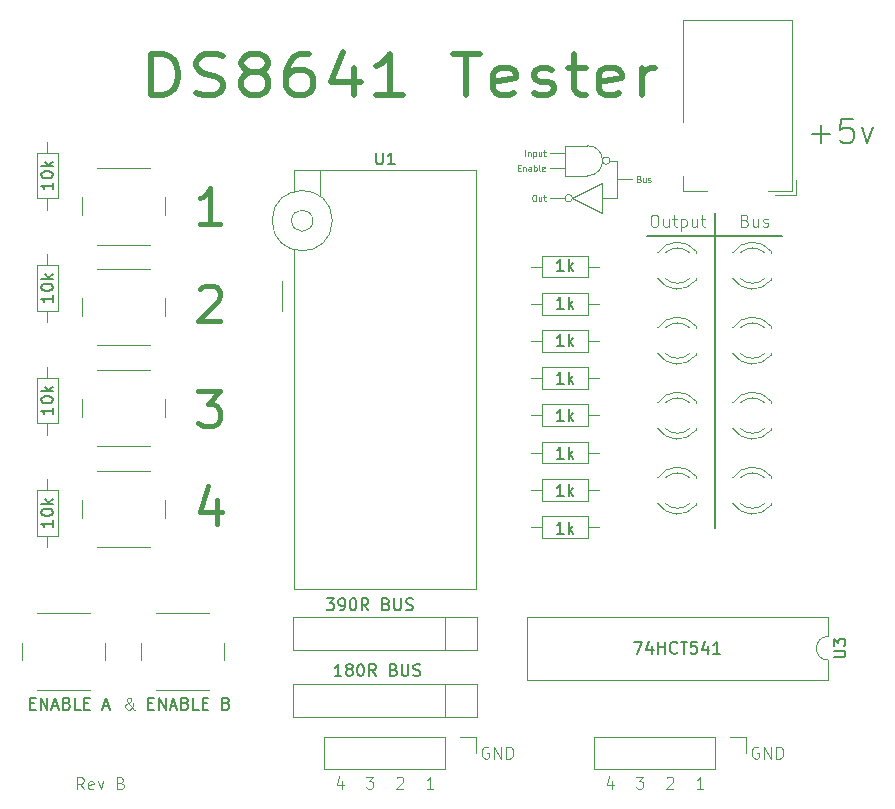
<source format=gto>
G04 #@! TF.GenerationSoftware,KiCad,Pcbnew,8.0.3*
G04 #@! TF.CreationDate,2024-12-06T19:43:13+13:00*
G04 #@! TF.ProjectId,DS8641N_tester,44533836-3431-44e5-9f74-65737465722e,rev?*
G04 #@! TF.SameCoordinates,Original*
G04 #@! TF.FileFunction,Legend,Top*
G04 #@! TF.FilePolarity,Positive*
%FSLAX46Y46*%
G04 Gerber Fmt 4.6, Leading zero omitted, Abs format (unit mm)*
G04 Created by KiCad (PCBNEW 8.0.3) date 2024-12-06 19:43:13*
%MOMM*%
%LPD*%
G01*
G04 APERTURE LIST*
%ADD10C,0.100000*%
%ADD11C,0.200000*%
%ADD12C,0.050000*%
%ADD13C,0.400000*%
%ADD14C,0.500000*%
%ADD15C,0.150000*%
%ADD16C,0.120000*%
%ADD17C,2.000000*%
%ADD18R,1.800000X1.800000*%
%ADD19C,1.800000*%
%ADD20C,1.400000*%
%ADD21O,1.400000X1.400000*%
%ADD22C,3.200000*%
%ADD23R,1.600000X1.600000*%
%ADD24O,1.600000X1.600000*%
%ADD25R,1.700000X1.700000*%
%ADD26O,1.700000X1.700000*%
%ADD27R,2.000000X1.440000*%
%ADD28O,2.000000X1.440000*%
%ADD29R,4.600000X2.000000*%
%ADD30O,4.200000X2.000000*%
%ADD31O,2.000000X4.200000*%
G04 APERTURE END LIST*
D10*
X168275000Y-71120000D02*
X166370000Y-71120000D01*
X170180000Y-69850000D02*
G75*
G02*
X169545000Y-69850000I-317500J0D01*
G01*
X169545000Y-69850000D02*
G75*
G02*
X170180000Y-69850000I317500J0D01*
G01*
X166370000Y-70485000D02*
X165100000Y-70485000D01*
X169545000Y-73025000D02*
X170815000Y-73025000D01*
X168275000Y-68580000D02*
G75*
G02*
X168275000Y-71120000I0J-1270000D01*
G01*
X167005000Y-73025000D02*
X169545000Y-71755000D01*
X170815000Y-73025000D02*
X170815000Y-69850000D01*
X166370000Y-68580000D02*
X168275000Y-68580000D01*
X166370000Y-71120000D02*
X166370000Y-68580000D01*
X167005000Y-73025000D02*
X169545000Y-74295000D01*
D11*
X173355000Y-76200000D02*
X184785000Y-76200000D01*
X179070000Y-74295000D02*
X179070000Y-100965000D01*
D10*
X166370000Y-73025000D02*
X165100000Y-73025000D01*
X170815000Y-71437500D02*
X172085000Y-71437500D01*
X169545000Y-74295000D02*
X169545000Y-71755000D01*
X166370000Y-69215000D02*
X165100000Y-69215000D01*
X167005000Y-73025000D02*
G75*
G02*
X166370000Y-73025000I-317500J0D01*
G01*
X166370000Y-73025000D02*
G75*
G02*
X167005000Y-73025000I317500J0D01*
G01*
X170815000Y-69850000D02*
X170180000Y-69850000D01*
X182753095Y-119520038D02*
X182657857Y-119472419D01*
X182657857Y-119472419D02*
X182515000Y-119472419D01*
X182515000Y-119472419D02*
X182372143Y-119520038D01*
X182372143Y-119520038D02*
X182276905Y-119615276D01*
X182276905Y-119615276D02*
X182229286Y-119710514D01*
X182229286Y-119710514D02*
X182181667Y-119900990D01*
X182181667Y-119900990D02*
X182181667Y-120043847D01*
X182181667Y-120043847D02*
X182229286Y-120234323D01*
X182229286Y-120234323D02*
X182276905Y-120329561D01*
X182276905Y-120329561D02*
X182372143Y-120424800D01*
X182372143Y-120424800D02*
X182515000Y-120472419D01*
X182515000Y-120472419D02*
X182610238Y-120472419D01*
X182610238Y-120472419D02*
X182753095Y-120424800D01*
X182753095Y-120424800D02*
X182800714Y-120377180D01*
X182800714Y-120377180D02*
X182800714Y-120043847D01*
X182800714Y-120043847D02*
X182610238Y-120043847D01*
X183229286Y-120472419D02*
X183229286Y-119472419D01*
X183229286Y-119472419D02*
X183800714Y-120472419D01*
X183800714Y-120472419D02*
X183800714Y-119472419D01*
X184276905Y-120472419D02*
X184276905Y-119472419D01*
X184276905Y-119472419D02*
X184515000Y-119472419D01*
X184515000Y-119472419D02*
X184657857Y-119520038D01*
X184657857Y-119520038D02*
X184753095Y-119615276D01*
X184753095Y-119615276D02*
X184800714Y-119710514D01*
X184800714Y-119710514D02*
X184848333Y-119900990D01*
X184848333Y-119900990D02*
X184848333Y-120043847D01*
X184848333Y-120043847D02*
X184800714Y-120234323D01*
X184800714Y-120234323D02*
X184753095Y-120329561D01*
X184753095Y-120329561D02*
X184657857Y-120424800D01*
X184657857Y-120424800D02*
X184515000Y-120472419D01*
X184515000Y-120472419D02*
X184276905Y-120472419D01*
X172386667Y-122012419D02*
X173005714Y-122012419D01*
X173005714Y-122012419D02*
X172672381Y-122393371D01*
X172672381Y-122393371D02*
X172815238Y-122393371D01*
X172815238Y-122393371D02*
X172910476Y-122440990D01*
X172910476Y-122440990D02*
X172958095Y-122488609D01*
X172958095Y-122488609D02*
X173005714Y-122583847D01*
X173005714Y-122583847D02*
X173005714Y-122821942D01*
X173005714Y-122821942D02*
X172958095Y-122917180D01*
X172958095Y-122917180D02*
X172910476Y-122964800D01*
X172910476Y-122964800D02*
X172815238Y-123012419D01*
X172815238Y-123012419D02*
X172529524Y-123012419D01*
X172529524Y-123012419D02*
X172434286Y-122964800D01*
X172434286Y-122964800D02*
X172386667Y-122917180D01*
X181612217Y-74913609D02*
X181755074Y-74961228D01*
X181755074Y-74961228D02*
X181802693Y-75008847D01*
X181802693Y-75008847D02*
X181850312Y-75104085D01*
X181850312Y-75104085D02*
X181850312Y-75246942D01*
X181850312Y-75246942D02*
X181802693Y-75342180D01*
X181802693Y-75342180D02*
X181755074Y-75389800D01*
X181755074Y-75389800D02*
X181659836Y-75437419D01*
X181659836Y-75437419D02*
X181278884Y-75437419D01*
X181278884Y-75437419D02*
X181278884Y-74437419D01*
X181278884Y-74437419D02*
X181612217Y-74437419D01*
X181612217Y-74437419D02*
X181707455Y-74485038D01*
X181707455Y-74485038D02*
X181755074Y-74532657D01*
X181755074Y-74532657D02*
X181802693Y-74627895D01*
X181802693Y-74627895D02*
X181802693Y-74723133D01*
X181802693Y-74723133D02*
X181755074Y-74818371D01*
X181755074Y-74818371D02*
X181707455Y-74865990D01*
X181707455Y-74865990D02*
X181612217Y-74913609D01*
X181612217Y-74913609D02*
X181278884Y-74913609D01*
X182707455Y-74770752D02*
X182707455Y-75437419D01*
X182278884Y-74770752D02*
X182278884Y-75294561D01*
X182278884Y-75294561D02*
X182326503Y-75389800D01*
X182326503Y-75389800D02*
X182421741Y-75437419D01*
X182421741Y-75437419D02*
X182564598Y-75437419D01*
X182564598Y-75437419D02*
X182659836Y-75389800D01*
X182659836Y-75389800D02*
X182707455Y-75342180D01*
X183136027Y-75389800D02*
X183231265Y-75437419D01*
X183231265Y-75437419D02*
X183421741Y-75437419D01*
X183421741Y-75437419D02*
X183516979Y-75389800D01*
X183516979Y-75389800D02*
X183564598Y-75294561D01*
X183564598Y-75294561D02*
X183564598Y-75246942D01*
X183564598Y-75246942D02*
X183516979Y-75151704D01*
X183516979Y-75151704D02*
X183421741Y-75104085D01*
X183421741Y-75104085D02*
X183278884Y-75104085D01*
X183278884Y-75104085D02*
X183183646Y-75056466D01*
X183183646Y-75056466D02*
X183136027Y-74961228D01*
X183136027Y-74961228D02*
X183136027Y-74913609D01*
X183136027Y-74913609D02*
X183183646Y-74818371D01*
X183183646Y-74818371D02*
X183278884Y-74770752D01*
X183278884Y-74770752D02*
X183421741Y-74770752D01*
X183421741Y-74770752D02*
X183516979Y-74818371D01*
X174974286Y-122107657D02*
X175021905Y-122060038D01*
X175021905Y-122060038D02*
X175117143Y-122012419D01*
X175117143Y-122012419D02*
X175355238Y-122012419D01*
X175355238Y-122012419D02*
X175450476Y-122060038D01*
X175450476Y-122060038D02*
X175498095Y-122107657D01*
X175498095Y-122107657D02*
X175545714Y-122202895D01*
X175545714Y-122202895D02*
X175545714Y-122298133D01*
X175545714Y-122298133D02*
X175498095Y-122440990D01*
X175498095Y-122440990D02*
X174926667Y-123012419D01*
X174926667Y-123012419D02*
X175545714Y-123012419D01*
X178085714Y-123012419D02*
X177514286Y-123012419D01*
X177800000Y-123012419D02*
X177800000Y-122012419D01*
X177800000Y-122012419D02*
X177704762Y-122155276D01*
X177704762Y-122155276D02*
X177609524Y-122250514D01*
X177609524Y-122250514D02*
X177514286Y-122298133D01*
D12*
X163730833Y-72753709D02*
X163826071Y-72753709D01*
X163826071Y-72753709D02*
X163873690Y-72777519D01*
X163873690Y-72777519D02*
X163921309Y-72825138D01*
X163921309Y-72825138D02*
X163945119Y-72920376D01*
X163945119Y-72920376D02*
X163945119Y-73087042D01*
X163945119Y-73087042D02*
X163921309Y-73182280D01*
X163921309Y-73182280D02*
X163873690Y-73229900D01*
X163873690Y-73229900D02*
X163826071Y-73253709D01*
X163826071Y-73253709D02*
X163730833Y-73253709D01*
X163730833Y-73253709D02*
X163683214Y-73229900D01*
X163683214Y-73229900D02*
X163635595Y-73182280D01*
X163635595Y-73182280D02*
X163611786Y-73087042D01*
X163611786Y-73087042D02*
X163611786Y-72920376D01*
X163611786Y-72920376D02*
X163635595Y-72825138D01*
X163635595Y-72825138D02*
X163683214Y-72777519D01*
X163683214Y-72777519D02*
X163730833Y-72753709D01*
X164373691Y-72920376D02*
X164373691Y-73253709D01*
X164159405Y-72920376D02*
X164159405Y-73182280D01*
X164159405Y-73182280D02*
X164183215Y-73229900D01*
X164183215Y-73229900D02*
X164230834Y-73253709D01*
X164230834Y-73253709D02*
X164302262Y-73253709D01*
X164302262Y-73253709D02*
X164349881Y-73229900D01*
X164349881Y-73229900D02*
X164373691Y-73206090D01*
X164540358Y-72920376D02*
X164730834Y-72920376D01*
X164611786Y-72753709D02*
X164611786Y-73182280D01*
X164611786Y-73182280D02*
X164635596Y-73229900D01*
X164635596Y-73229900D02*
X164683215Y-73253709D01*
X164683215Y-73253709D02*
X164730834Y-73253709D01*
D10*
X149526667Y-122012419D02*
X150145714Y-122012419D01*
X150145714Y-122012419D02*
X149812381Y-122393371D01*
X149812381Y-122393371D02*
X149955238Y-122393371D01*
X149955238Y-122393371D02*
X150050476Y-122440990D01*
X150050476Y-122440990D02*
X150098095Y-122488609D01*
X150098095Y-122488609D02*
X150145714Y-122583847D01*
X150145714Y-122583847D02*
X150145714Y-122821942D01*
X150145714Y-122821942D02*
X150098095Y-122917180D01*
X150098095Y-122917180D02*
X150050476Y-122964800D01*
X150050476Y-122964800D02*
X149955238Y-123012419D01*
X149955238Y-123012419D02*
X149669524Y-123012419D01*
X149669524Y-123012419D02*
X149574286Y-122964800D01*
X149574286Y-122964800D02*
X149526667Y-122917180D01*
D12*
X163008571Y-69443709D02*
X163008571Y-68943709D01*
X163246666Y-69110376D02*
X163246666Y-69443709D01*
X163246666Y-69157995D02*
X163270476Y-69134185D01*
X163270476Y-69134185D02*
X163318095Y-69110376D01*
X163318095Y-69110376D02*
X163389523Y-69110376D01*
X163389523Y-69110376D02*
X163437142Y-69134185D01*
X163437142Y-69134185D02*
X163460952Y-69181804D01*
X163460952Y-69181804D02*
X163460952Y-69443709D01*
X163699047Y-69110376D02*
X163699047Y-69610376D01*
X163699047Y-69134185D02*
X163746666Y-69110376D01*
X163746666Y-69110376D02*
X163841904Y-69110376D01*
X163841904Y-69110376D02*
X163889523Y-69134185D01*
X163889523Y-69134185D02*
X163913333Y-69157995D01*
X163913333Y-69157995D02*
X163937142Y-69205614D01*
X163937142Y-69205614D02*
X163937142Y-69348471D01*
X163937142Y-69348471D02*
X163913333Y-69396090D01*
X163913333Y-69396090D02*
X163889523Y-69419900D01*
X163889523Y-69419900D02*
X163841904Y-69443709D01*
X163841904Y-69443709D02*
X163746666Y-69443709D01*
X163746666Y-69443709D02*
X163699047Y-69419900D01*
X164365714Y-69110376D02*
X164365714Y-69443709D01*
X164151428Y-69110376D02*
X164151428Y-69372280D01*
X164151428Y-69372280D02*
X164175238Y-69419900D01*
X164175238Y-69419900D02*
X164222857Y-69443709D01*
X164222857Y-69443709D02*
X164294285Y-69443709D01*
X164294285Y-69443709D02*
X164341904Y-69419900D01*
X164341904Y-69419900D02*
X164365714Y-69396090D01*
X164532381Y-69110376D02*
X164722857Y-69110376D01*
X164603809Y-68943709D02*
X164603809Y-69372280D01*
X164603809Y-69372280D02*
X164627619Y-69419900D01*
X164627619Y-69419900D02*
X164675238Y-69443709D01*
X164675238Y-69443709D02*
X164722857Y-69443709D01*
D10*
X170370476Y-122345752D02*
X170370476Y-123012419D01*
X170132381Y-121964800D02*
X169894286Y-122679085D01*
X169894286Y-122679085D02*
X170513333Y-122679085D01*
X155225714Y-123012419D02*
X154654286Y-123012419D01*
X154940000Y-123012419D02*
X154940000Y-122012419D01*
X154940000Y-122012419D02*
X154844762Y-122155276D01*
X154844762Y-122155276D02*
X154749524Y-122250514D01*
X154749524Y-122250514D02*
X154654286Y-122298133D01*
X147510476Y-122345752D02*
X147510476Y-123012419D01*
X147272381Y-121964800D02*
X147034286Y-122679085D01*
X147034286Y-122679085D02*
X147653333Y-122679085D01*
D13*
X136883157Y-98577057D02*
X136883157Y-100577057D01*
X136168871Y-97434200D02*
X135454585Y-99577057D01*
X135454585Y-99577057D02*
X137311728Y-99577057D01*
D10*
X159893095Y-119520038D02*
X159797857Y-119472419D01*
X159797857Y-119472419D02*
X159655000Y-119472419D01*
X159655000Y-119472419D02*
X159512143Y-119520038D01*
X159512143Y-119520038D02*
X159416905Y-119615276D01*
X159416905Y-119615276D02*
X159369286Y-119710514D01*
X159369286Y-119710514D02*
X159321667Y-119900990D01*
X159321667Y-119900990D02*
X159321667Y-120043847D01*
X159321667Y-120043847D02*
X159369286Y-120234323D01*
X159369286Y-120234323D02*
X159416905Y-120329561D01*
X159416905Y-120329561D02*
X159512143Y-120424800D01*
X159512143Y-120424800D02*
X159655000Y-120472419D01*
X159655000Y-120472419D02*
X159750238Y-120472419D01*
X159750238Y-120472419D02*
X159893095Y-120424800D01*
X159893095Y-120424800D02*
X159940714Y-120377180D01*
X159940714Y-120377180D02*
X159940714Y-120043847D01*
X159940714Y-120043847D02*
X159750238Y-120043847D01*
X160369286Y-120472419D02*
X160369286Y-119472419D01*
X160369286Y-119472419D02*
X160940714Y-120472419D01*
X160940714Y-120472419D02*
X160940714Y-119472419D01*
X161416905Y-120472419D02*
X161416905Y-119472419D01*
X161416905Y-119472419D02*
X161655000Y-119472419D01*
X161655000Y-119472419D02*
X161797857Y-119520038D01*
X161797857Y-119520038D02*
X161893095Y-119615276D01*
X161893095Y-119615276D02*
X161940714Y-119710514D01*
X161940714Y-119710514D02*
X161988333Y-119900990D01*
X161988333Y-119900990D02*
X161988333Y-120043847D01*
X161988333Y-120043847D02*
X161940714Y-120234323D01*
X161940714Y-120234323D02*
X161893095Y-120329561D01*
X161893095Y-120329561D02*
X161797857Y-120424800D01*
X161797857Y-120424800D02*
X161655000Y-120472419D01*
X161655000Y-120472419D02*
X161416905Y-120472419D01*
D12*
X172644643Y-71404304D02*
X172716071Y-71428114D01*
X172716071Y-71428114D02*
X172739881Y-71451923D01*
X172739881Y-71451923D02*
X172763690Y-71499542D01*
X172763690Y-71499542D02*
X172763690Y-71570971D01*
X172763690Y-71570971D02*
X172739881Y-71618590D01*
X172739881Y-71618590D02*
X172716071Y-71642400D01*
X172716071Y-71642400D02*
X172668452Y-71666209D01*
X172668452Y-71666209D02*
X172477976Y-71666209D01*
X172477976Y-71666209D02*
X172477976Y-71166209D01*
X172477976Y-71166209D02*
X172644643Y-71166209D01*
X172644643Y-71166209D02*
X172692262Y-71190019D01*
X172692262Y-71190019D02*
X172716071Y-71213828D01*
X172716071Y-71213828D02*
X172739881Y-71261447D01*
X172739881Y-71261447D02*
X172739881Y-71309066D01*
X172739881Y-71309066D02*
X172716071Y-71356685D01*
X172716071Y-71356685D02*
X172692262Y-71380495D01*
X172692262Y-71380495D02*
X172644643Y-71404304D01*
X172644643Y-71404304D02*
X172477976Y-71404304D01*
X173192262Y-71332876D02*
X173192262Y-71666209D01*
X172977976Y-71332876D02*
X172977976Y-71594780D01*
X172977976Y-71594780D02*
X173001786Y-71642400D01*
X173001786Y-71642400D02*
X173049405Y-71666209D01*
X173049405Y-71666209D02*
X173120833Y-71666209D01*
X173120833Y-71666209D02*
X173168452Y-71642400D01*
X173168452Y-71642400D02*
X173192262Y-71618590D01*
X173406548Y-71642400D02*
X173454167Y-71666209D01*
X173454167Y-71666209D02*
X173549405Y-71666209D01*
X173549405Y-71666209D02*
X173597024Y-71642400D01*
X173597024Y-71642400D02*
X173620833Y-71594780D01*
X173620833Y-71594780D02*
X173620833Y-71570971D01*
X173620833Y-71570971D02*
X173597024Y-71523352D01*
X173597024Y-71523352D02*
X173549405Y-71499542D01*
X173549405Y-71499542D02*
X173477976Y-71499542D01*
X173477976Y-71499542D02*
X173430357Y-71475733D01*
X173430357Y-71475733D02*
X173406548Y-71428114D01*
X173406548Y-71428114D02*
X173406548Y-71404304D01*
X173406548Y-71404304D02*
X173430357Y-71356685D01*
X173430357Y-71356685D02*
X173477976Y-71332876D01*
X173477976Y-71332876D02*
X173549405Y-71332876D01*
X173549405Y-71332876D02*
X173597024Y-71356685D01*
D13*
X135454585Y-80717771D02*
X135597442Y-80574914D01*
X135597442Y-80574914D02*
X135883157Y-80432057D01*
X135883157Y-80432057D02*
X136597442Y-80432057D01*
X136597442Y-80432057D02*
X136883157Y-80574914D01*
X136883157Y-80574914D02*
X137026014Y-80717771D01*
X137026014Y-80717771D02*
X137168871Y-81003485D01*
X137168871Y-81003485D02*
X137168871Y-81289200D01*
X137168871Y-81289200D02*
X137026014Y-81717771D01*
X137026014Y-81717771D02*
X135311728Y-83432057D01*
X135311728Y-83432057D02*
X137168871Y-83432057D01*
D10*
X129968572Y-116322419D02*
X129920953Y-116322419D01*
X129920953Y-116322419D02*
X129825714Y-116274800D01*
X129825714Y-116274800D02*
X129682857Y-116131942D01*
X129682857Y-116131942D02*
X129444762Y-115846228D01*
X129444762Y-115846228D02*
X129349524Y-115703371D01*
X129349524Y-115703371D02*
X129301905Y-115560514D01*
X129301905Y-115560514D02*
X129301905Y-115465276D01*
X129301905Y-115465276D02*
X129349524Y-115370038D01*
X129349524Y-115370038D02*
X129444762Y-115322419D01*
X129444762Y-115322419D02*
X129492381Y-115322419D01*
X129492381Y-115322419D02*
X129587619Y-115370038D01*
X129587619Y-115370038D02*
X129635238Y-115465276D01*
X129635238Y-115465276D02*
X129635238Y-115512895D01*
X129635238Y-115512895D02*
X129587619Y-115608133D01*
X129587619Y-115608133D02*
X129540000Y-115655752D01*
X129540000Y-115655752D02*
X129254286Y-115846228D01*
X129254286Y-115846228D02*
X129206667Y-115893847D01*
X129206667Y-115893847D02*
X129159048Y-115989085D01*
X129159048Y-115989085D02*
X129159048Y-116131942D01*
X129159048Y-116131942D02*
X129206667Y-116227180D01*
X129206667Y-116227180D02*
X129254286Y-116274800D01*
X129254286Y-116274800D02*
X129349524Y-116322419D01*
X129349524Y-116322419D02*
X129492381Y-116322419D01*
X129492381Y-116322419D02*
X129587619Y-116274800D01*
X129587619Y-116274800D02*
X129635238Y-116227180D01*
X129635238Y-116227180D02*
X129778095Y-116036704D01*
X129778095Y-116036704D02*
X129825714Y-115893847D01*
X129825714Y-115893847D02*
X129825714Y-115798609D01*
D12*
X162381547Y-70451804D02*
X162548214Y-70451804D01*
X162619642Y-70713709D02*
X162381547Y-70713709D01*
X162381547Y-70713709D02*
X162381547Y-70213709D01*
X162381547Y-70213709D02*
X162619642Y-70213709D01*
X162833928Y-70380376D02*
X162833928Y-70713709D01*
X162833928Y-70427995D02*
X162857738Y-70404185D01*
X162857738Y-70404185D02*
X162905357Y-70380376D01*
X162905357Y-70380376D02*
X162976785Y-70380376D01*
X162976785Y-70380376D02*
X163024404Y-70404185D01*
X163024404Y-70404185D02*
X163048214Y-70451804D01*
X163048214Y-70451804D02*
X163048214Y-70713709D01*
X163500595Y-70713709D02*
X163500595Y-70451804D01*
X163500595Y-70451804D02*
X163476785Y-70404185D01*
X163476785Y-70404185D02*
X163429166Y-70380376D01*
X163429166Y-70380376D02*
X163333928Y-70380376D01*
X163333928Y-70380376D02*
X163286309Y-70404185D01*
X163500595Y-70689900D02*
X163452976Y-70713709D01*
X163452976Y-70713709D02*
X163333928Y-70713709D01*
X163333928Y-70713709D02*
X163286309Y-70689900D01*
X163286309Y-70689900D02*
X163262500Y-70642280D01*
X163262500Y-70642280D02*
X163262500Y-70594661D01*
X163262500Y-70594661D02*
X163286309Y-70547042D01*
X163286309Y-70547042D02*
X163333928Y-70523233D01*
X163333928Y-70523233D02*
X163452976Y-70523233D01*
X163452976Y-70523233D02*
X163500595Y-70499423D01*
X163738690Y-70713709D02*
X163738690Y-70213709D01*
X163738690Y-70404185D02*
X163786309Y-70380376D01*
X163786309Y-70380376D02*
X163881547Y-70380376D01*
X163881547Y-70380376D02*
X163929166Y-70404185D01*
X163929166Y-70404185D02*
X163952976Y-70427995D01*
X163952976Y-70427995D02*
X163976785Y-70475614D01*
X163976785Y-70475614D02*
X163976785Y-70618471D01*
X163976785Y-70618471D02*
X163952976Y-70666090D01*
X163952976Y-70666090D02*
X163929166Y-70689900D01*
X163929166Y-70689900D02*
X163881547Y-70713709D01*
X163881547Y-70713709D02*
X163786309Y-70713709D01*
X163786309Y-70713709D02*
X163738690Y-70689900D01*
X164262500Y-70713709D02*
X164214881Y-70689900D01*
X164214881Y-70689900D02*
X164191071Y-70642280D01*
X164191071Y-70642280D02*
X164191071Y-70213709D01*
X164643452Y-70689900D02*
X164595833Y-70713709D01*
X164595833Y-70713709D02*
X164500595Y-70713709D01*
X164500595Y-70713709D02*
X164452976Y-70689900D01*
X164452976Y-70689900D02*
X164429167Y-70642280D01*
X164429167Y-70642280D02*
X164429167Y-70451804D01*
X164429167Y-70451804D02*
X164452976Y-70404185D01*
X164452976Y-70404185D02*
X164500595Y-70380376D01*
X164500595Y-70380376D02*
X164595833Y-70380376D01*
X164595833Y-70380376D02*
X164643452Y-70404185D01*
X164643452Y-70404185D02*
X164667262Y-70451804D01*
X164667262Y-70451804D02*
X164667262Y-70499423D01*
X164667262Y-70499423D02*
X164429167Y-70547042D01*
D10*
X152114286Y-122107657D02*
X152161905Y-122060038D01*
X152161905Y-122060038D02*
X152257143Y-122012419D01*
X152257143Y-122012419D02*
X152495238Y-122012419D01*
X152495238Y-122012419D02*
X152590476Y-122060038D01*
X152590476Y-122060038D02*
X152638095Y-122107657D01*
X152638095Y-122107657D02*
X152685714Y-122202895D01*
X152685714Y-122202895D02*
X152685714Y-122298133D01*
X152685714Y-122298133D02*
X152638095Y-122440990D01*
X152638095Y-122440990D02*
X152066667Y-123012419D01*
X152066667Y-123012419D02*
X152685714Y-123012419D01*
D13*
X135311728Y-89322057D02*
X137168871Y-89322057D01*
X137168871Y-89322057D02*
X136168871Y-90464914D01*
X136168871Y-90464914D02*
X136597442Y-90464914D01*
X136597442Y-90464914D02*
X136883157Y-90607771D01*
X136883157Y-90607771D02*
X137026014Y-90750628D01*
X137026014Y-90750628D02*
X137168871Y-91036342D01*
X137168871Y-91036342D02*
X137168871Y-91750628D01*
X137168871Y-91750628D02*
X137026014Y-92036342D01*
X137026014Y-92036342D02*
X136883157Y-92179200D01*
X136883157Y-92179200D02*
X136597442Y-92322057D01*
X136597442Y-92322057D02*
X135740299Y-92322057D01*
X135740299Y-92322057D02*
X135454585Y-92179200D01*
X135454585Y-92179200D02*
X135311728Y-92036342D01*
D10*
X125619047Y-123062419D02*
X125285714Y-122586228D01*
X125047619Y-123062419D02*
X125047619Y-122062419D01*
X125047619Y-122062419D02*
X125428571Y-122062419D01*
X125428571Y-122062419D02*
X125523809Y-122110038D01*
X125523809Y-122110038D02*
X125571428Y-122157657D01*
X125571428Y-122157657D02*
X125619047Y-122252895D01*
X125619047Y-122252895D02*
X125619047Y-122395752D01*
X125619047Y-122395752D02*
X125571428Y-122490990D01*
X125571428Y-122490990D02*
X125523809Y-122538609D01*
X125523809Y-122538609D02*
X125428571Y-122586228D01*
X125428571Y-122586228D02*
X125047619Y-122586228D01*
X126428571Y-123014800D02*
X126333333Y-123062419D01*
X126333333Y-123062419D02*
X126142857Y-123062419D01*
X126142857Y-123062419D02*
X126047619Y-123014800D01*
X126047619Y-123014800D02*
X126000000Y-122919561D01*
X126000000Y-122919561D02*
X126000000Y-122538609D01*
X126000000Y-122538609D02*
X126047619Y-122443371D01*
X126047619Y-122443371D02*
X126142857Y-122395752D01*
X126142857Y-122395752D02*
X126333333Y-122395752D01*
X126333333Y-122395752D02*
X126428571Y-122443371D01*
X126428571Y-122443371D02*
X126476190Y-122538609D01*
X126476190Y-122538609D02*
X126476190Y-122633847D01*
X126476190Y-122633847D02*
X126000000Y-122729085D01*
X126809524Y-122395752D02*
X127047619Y-123062419D01*
X127047619Y-123062419D02*
X127285714Y-122395752D01*
X128761905Y-122538609D02*
X128904762Y-122586228D01*
X128904762Y-122586228D02*
X128952381Y-122633847D01*
X128952381Y-122633847D02*
X129000000Y-122729085D01*
X129000000Y-122729085D02*
X129000000Y-122871942D01*
X129000000Y-122871942D02*
X128952381Y-122967180D01*
X128952381Y-122967180D02*
X128904762Y-123014800D01*
X128904762Y-123014800D02*
X128809524Y-123062419D01*
X128809524Y-123062419D02*
X128428572Y-123062419D01*
X128428572Y-123062419D02*
X128428572Y-122062419D01*
X128428572Y-122062419D02*
X128761905Y-122062419D01*
X128761905Y-122062419D02*
X128857143Y-122110038D01*
X128857143Y-122110038D02*
X128904762Y-122157657D01*
X128904762Y-122157657D02*
X128952381Y-122252895D01*
X128952381Y-122252895D02*
X128952381Y-122348133D01*
X128952381Y-122348133D02*
X128904762Y-122443371D01*
X128904762Y-122443371D02*
X128857143Y-122490990D01*
X128857143Y-122490990D02*
X128761905Y-122538609D01*
X128761905Y-122538609D02*
X128428572Y-122538609D01*
D11*
X187297768Y-67562933D02*
X188821578Y-67562933D01*
X188059673Y-68324838D02*
X188059673Y-66801028D01*
X190726339Y-66324838D02*
X189773958Y-66324838D01*
X189773958Y-66324838D02*
X189678720Y-67277219D01*
X189678720Y-67277219D02*
X189773958Y-67181980D01*
X189773958Y-67181980D02*
X189964434Y-67086742D01*
X189964434Y-67086742D02*
X190440625Y-67086742D01*
X190440625Y-67086742D02*
X190631101Y-67181980D01*
X190631101Y-67181980D02*
X190726339Y-67277219D01*
X190726339Y-67277219D02*
X190821577Y-67467695D01*
X190821577Y-67467695D02*
X190821577Y-67943885D01*
X190821577Y-67943885D02*
X190726339Y-68134361D01*
X190726339Y-68134361D02*
X190631101Y-68229600D01*
X190631101Y-68229600D02*
X190440625Y-68324838D01*
X190440625Y-68324838D02*
X189964434Y-68324838D01*
X189964434Y-68324838D02*
X189773958Y-68229600D01*
X189773958Y-68229600D02*
X189678720Y-68134361D01*
X191488244Y-66991504D02*
X191964434Y-68324838D01*
X191964434Y-68324838D02*
X192440625Y-66991504D01*
D10*
X173849360Y-74437419D02*
X174039836Y-74437419D01*
X174039836Y-74437419D02*
X174135074Y-74485038D01*
X174135074Y-74485038D02*
X174230312Y-74580276D01*
X174230312Y-74580276D02*
X174277931Y-74770752D01*
X174277931Y-74770752D02*
X174277931Y-75104085D01*
X174277931Y-75104085D02*
X174230312Y-75294561D01*
X174230312Y-75294561D02*
X174135074Y-75389800D01*
X174135074Y-75389800D02*
X174039836Y-75437419D01*
X174039836Y-75437419D02*
X173849360Y-75437419D01*
X173849360Y-75437419D02*
X173754122Y-75389800D01*
X173754122Y-75389800D02*
X173658884Y-75294561D01*
X173658884Y-75294561D02*
X173611265Y-75104085D01*
X173611265Y-75104085D02*
X173611265Y-74770752D01*
X173611265Y-74770752D02*
X173658884Y-74580276D01*
X173658884Y-74580276D02*
X173754122Y-74485038D01*
X173754122Y-74485038D02*
X173849360Y-74437419D01*
X175135074Y-74770752D02*
X175135074Y-75437419D01*
X174706503Y-74770752D02*
X174706503Y-75294561D01*
X174706503Y-75294561D02*
X174754122Y-75389800D01*
X174754122Y-75389800D02*
X174849360Y-75437419D01*
X174849360Y-75437419D02*
X174992217Y-75437419D01*
X174992217Y-75437419D02*
X175087455Y-75389800D01*
X175087455Y-75389800D02*
X175135074Y-75342180D01*
X175468408Y-74770752D02*
X175849360Y-74770752D01*
X175611265Y-74437419D02*
X175611265Y-75294561D01*
X175611265Y-75294561D02*
X175658884Y-75389800D01*
X175658884Y-75389800D02*
X175754122Y-75437419D01*
X175754122Y-75437419D02*
X175849360Y-75437419D01*
X176182694Y-74770752D02*
X176182694Y-75770752D01*
X176182694Y-74818371D02*
X176277932Y-74770752D01*
X176277932Y-74770752D02*
X176468408Y-74770752D01*
X176468408Y-74770752D02*
X176563646Y-74818371D01*
X176563646Y-74818371D02*
X176611265Y-74865990D01*
X176611265Y-74865990D02*
X176658884Y-74961228D01*
X176658884Y-74961228D02*
X176658884Y-75246942D01*
X176658884Y-75246942D02*
X176611265Y-75342180D01*
X176611265Y-75342180D02*
X176563646Y-75389800D01*
X176563646Y-75389800D02*
X176468408Y-75437419D01*
X176468408Y-75437419D02*
X176277932Y-75437419D01*
X176277932Y-75437419D02*
X176182694Y-75389800D01*
X177516027Y-74770752D02*
X177516027Y-75437419D01*
X177087456Y-74770752D02*
X177087456Y-75294561D01*
X177087456Y-75294561D02*
X177135075Y-75389800D01*
X177135075Y-75389800D02*
X177230313Y-75437419D01*
X177230313Y-75437419D02*
X177373170Y-75437419D01*
X177373170Y-75437419D02*
X177468408Y-75389800D01*
X177468408Y-75389800D02*
X177516027Y-75342180D01*
X177849361Y-74770752D02*
X178230313Y-74770752D01*
X177992218Y-74437419D02*
X177992218Y-75294561D01*
X177992218Y-75294561D02*
X178039837Y-75389800D01*
X178039837Y-75389800D02*
X178135075Y-75437419D01*
X178135075Y-75437419D02*
X178230313Y-75437419D01*
D14*
X131352381Y-64315667D02*
X131352381Y-60815667D01*
X131352381Y-60815667D02*
X132304762Y-60815667D01*
X132304762Y-60815667D02*
X132876191Y-60982334D01*
X132876191Y-60982334D02*
X133257143Y-61315667D01*
X133257143Y-61315667D02*
X133447620Y-61649001D01*
X133447620Y-61649001D02*
X133638096Y-62315667D01*
X133638096Y-62315667D02*
X133638096Y-62815667D01*
X133638096Y-62815667D02*
X133447620Y-63482334D01*
X133447620Y-63482334D02*
X133257143Y-63815667D01*
X133257143Y-63815667D02*
X132876191Y-64149001D01*
X132876191Y-64149001D02*
X132304762Y-64315667D01*
X132304762Y-64315667D02*
X131352381Y-64315667D01*
X135161905Y-64149001D02*
X135733334Y-64315667D01*
X135733334Y-64315667D02*
X136685715Y-64315667D01*
X136685715Y-64315667D02*
X137066667Y-64149001D01*
X137066667Y-64149001D02*
X137257143Y-63982334D01*
X137257143Y-63982334D02*
X137447620Y-63649001D01*
X137447620Y-63649001D02*
X137447620Y-63315667D01*
X137447620Y-63315667D02*
X137257143Y-62982334D01*
X137257143Y-62982334D02*
X137066667Y-62815667D01*
X137066667Y-62815667D02*
X136685715Y-62649001D01*
X136685715Y-62649001D02*
X135923810Y-62482334D01*
X135923810Y-62482334D02*
X135542858Y-62315667D01*
X135542858Y-62315667D02*
X135352381Y-62149001D01*
X135352381Y-62149001D02*
X135161905Y-61815667D01*
X135161905Y-61815667D02*
X135161905Y-61482334D01*
X135161905Y-61482334D02*
X135352381Y-61149001D01*
X135352381Y-61149001D02*
X135542858Y-60982334D01*
X135542858Y-60982334D02*
X135923810Y-60815667D01*
X135923810Y-60815667D02*
X136876191Y-60815667D01*
X136876191Y-60815667D02*
X137447620Y-60982334D01*
X139733334Y-62315667D02*
X139352382Y-62149001D01*
X139352382Y-62149001D02*
X139161905Y-61982334D01*
X139161905Y-61982334D02*
X138971429Y-61649001D01*
X138971429Y-61649001D02*
X138971429Y-61482334D01*
X138971429Y-61482334D02*
X139161905Y-61149001D01*
X139161905Y-61149001D02*
X139352382Y-60982334D01*
X139352382Y-60982334D02*
X139733334Y-60815667D01*
X139733334Y-60815667D02*
X140495239Y-60815667D01*
X140495239Y-60815667D02*
X140876191Y-60982334D01*
X140876191Y-60982334D02*
X141066667Y-61149001D01*
X141066667Y-61149001D02*
X141257144Y-61482334D01*
X141257144Y-61482334D02*
X141257144Y-61649001D01*
X141257144Y-61649001D02*
X141066667Y-61982334D01*
X141066667Y-61982334D02*
X140876191Y-62149001D01*
X140876191Y-62149001D02*
X140495239Y-62315667D01*
X140495239Y-62315667D02*
X139733334Y-62315667D01*
X139733334Y-62315667D02*
X139352382Y-62482334D01*
X139352382Y-62482334D02*
X139161905Y-62649001D01*
X139161905Y-62649001D02*
X138971429Y-62982334D01*
X138971429Y-62982334D02*
X138971429Y-63649001D01*
X138971429Y-63649001D02*
X139161905Y-63982334D01*
X139161905Y-63982334D02*
X139352382Y-64149001D01*
X139352382Y-64149001D02*
X139733334Y-64315667D01*
X139733334Y-64315667D02*
X140495239Y-64315667D01*
X140495239Y-64315667D02*
X140876191Y-64149001D01*
X140876191Y-64149001D02*
X141066667Y-63982334D01*
X141066667Y-63982334D02*
X141257144Y-63649001D01*
X141257144Y-63649001D02*
X141257144Y-62982334D01*
X141257144Y-62982334D02*
X141066667Y-62649001D01*
X141066667Y-62649001D02*
X140876191Y-62482334D01*
X140876191Y-62482334D02*
X140495239Y-62315667D01*
X144685715Y-60815667D02*
X143923810Y-60815667D01*
X143923810Y-60815667D02*
X143542858Y-60982334D01*
X143542858Y-60982334D02*
X143352382Y-61149001D01*
X143352382Y-61149001D02*
X142971429Y-61649001D01*
X142971429Y-61649001D02*
X142780953Y-62315667D01*
X142780953Y-62315667D02*
X142780953Y-63649001D01*
X142780953Y-63649001D02*
X142971429Y-63982334D01*
X142971429Y-63982334D02*
X143161906Y-64149001D01*
X143161906Y-64149001D02*
X143542858Y-64315667D01*
X143542858Y-64315667D02*
X144304763Y-64315667D01*
X144304763Y-64315667D02*
X144685715Y-64149001D01*
X144685715Y-64149001D02*
X144876191Y-63982334D01*
X144876191Y-63982334D02*
X145066668Y-63649001D01*
X145066668Y-63649001D02*
X145066668Y-62815667D01*
X145066668Y-62815667D02*
X144876191Y-62482334D01*
X144876191Y-62482334D02*
X144685715Y-62315667D01*
X144685715Y-62315667D02*
X144304763Y-62149001D01*
X144304763Y-62149001D02*
X143542858Y-62149001D01*
X143542858Y-62149001D02*
X143161906Y-62315667D01*
X143161906Y-62315667D02*
X142971429Y-62482334D01*
X142971429Y-62482334D02*
X142780953Y-62815667D01*
X148495239Y-61982334D02*
X148495239Y-64315667D01*
X147542858Y-60649001D02*
X146590477Y-63149001D01*
X146590477Y-63149001D02*
X149066668Y-63149001D01*
X152685716Y-64315667D02*
X150400001Y-64315667D01*
X151542858Y-64315667D02*
X151542858Y-60815667D01*
X151542858Y-60815667D02*
X151161906Y-61315667D01*
X151161906Y-61315667D02*
X150780954Y-61649001D01*
X150780954Y-61649001D02*
X150400001Y-61815667D01*
X156876192Y-60815667D02*
X159161906Y-60815667D01*
X158019049Y-64315667D02*
X158019049Y-60815667D01*
X162019049Y-64149001D02*
X161638097Y-64315667D01*
X161638097Y-64315667D02*
X160876192Y-64315667D01*
X160876192Y-64315667D02*
X160495239Y-64149001D01*
X160495239Y-64149001D02*
X160304763Y-63815667D01*
X160304763Y-63815667D02*
X160304763Y-62482334D01*
X160304763Y-62482334D02*
X160495239Y-62149001D01*
X160495239Y-62149001D02*
X160876192Y-61982334D01*
X160876192Y-61982334D02*
X161638097Y-61982334D01*
X161638097Y-61982334D02*
X162019049Y-62149001D01*
X162019049Y-62149001D02*
X162209525Y-62482334D01*
X162209525Y-62482334D02*
X162209525Y-62815667D01*
X162209525Y-62815667D02*
X160304763Y-63149001D01*
X163733334Y-64149001D02*
X164114287Y-64315667D01*
X164114287Y-64315667D02*
X164876191Y-64315667D01*
X164876191Y-64315667D02*
X165257144Y-64149001D01*
X165257144Y-64149001D02*
X165447620Y-63815667D01*
X165447620Y-63815667D02*
X165447620Y-63649001D01*
X165447620Y-63649001D02*
X165257144Y-63315667D01*
X165257144Y-63315667D02*
X164876191Y-63149001D01*
X164876191Y-63149001D02*
X164304763Y-63149001D01*
X164304763Y-63149001D02*
X163923810Y-62982334D01*
X163923810Y-62982334D02*
X163733334Y-62649001D01*
X163733334Y-62649001D02*
X163733334Y-62482334D01*
X163733334Y-62482334D02*
X163923810Y-62149001D01*
X163923810Y-62149001D02*
X164304763Y-61982334D01*
X164304763Y-61982334D02*
X164876191Y-61982334D01*
X164876191Y-61982334D02*
X165257144Y-62149001D01*
X166590477Y-61982334D02*
X168114286Y-61982334D01*
X167161905Y-60815667D02*
X167161905Y-63815667D01*
X167161905Y-63815667D02*
X167352382Y-64149001D01*
X167352382Y-64149001D02*
X167733334Y-64315667D01*
X167733334Y-64315667D02*
X168114286Y-64315667D01*
X170971429Y-64149001D02*
X170590477Y-64315667D01*
X170590477Y-64315667D02*
X169828572Y-64315667D01*
X169828572Y-64315667D02*
X169447619Y-64149001D01*
X169447619Y-64149001D02*
X169257143Y-63815667D01*
X169257143Y-63815667D02*
X169257143Y-62482334D01*
X169257143Y-62482334D02*
X169447619Y-62149001D01*
X169447619Y-62149001D02*
X169828572Y-61982334D01*
X169828572Y-61982334D02*
X170590477Y-61982334D01*
X170590477Y-61982334D02*
X170971429Y-62149001D01*
X170971429Y-62149001D02*
X171161905Y-62482334D01*
X171161905Y-62482334D02*
X171161905Y-62815667D01*
X171161905Y-62815667D02*
X169257143Y-63149001D01*
X172876190Y-64315667D02*
X172876190Y-61982334D01*
X172876190Y-62649001D02*
X173066667Y-62315667D01*
X173066667Y-62315667D02*
X173257143Y-62149001D01*
X173257143Y-62149001D02*
X173638095Y-61982334D01*
X173638095Y-61982334D02*
X174019048Y-61982334D01*
D13*
X137168871Y-75177057D02*
X135454585Y-75177057D01*
X136311728Y-75177057D02*
X136311728Y-72177057D01*
X136311728Y-72177057D02*
X136026014Y-72605628D01*
X136026014Y-72605628D02*
X135740299Y-72891342D01*
X135740299Y-72891342D02*
X135454585Y-73034200D01*
D15*
X131080238Y-115796009D02*
X131413571Y-115796009D01*
X131556428Y-116319819D02*
X131080238Y-116319819D01*
X131080238Y-116319819D02*
X131080238Y-115319819D01*
X131080238Y-115319819D02*
X131556428Y-115319819D01*
X131985000Y-116319819D02*
X131985000Y-115319819D01*
X131985000Y-115319819D02*
X132556428Y-116319819D01*
X132556428Y-116319819D02*
X132556428Y-115319819D01*
X132985000Y-116034104D02*
X133461190Y-116034104D01*
X132889762Y-116319819D02*
X133223095Y-115319819D01*
X133223095Y-115319819D02*
X133556428Y-116319819D01*
X134223095Y-115796009D02*
X134365952Y-115843628D01*
X134365952Y-115843628D02*
X134413571Y-115891247D01*
X134413571Y-115891247D02*
X134461190Y-115986485D01*
X134461190Y-115986485D02*
X134461190Y-116129342D01*
X134461190Y-116129342D02*
X134413571Y-116224580D01*
X134413571Y-116224580D02*
X134365952Y-116272200D01*
X134365952Y-116272200D02*
X134270714Y-116319819D01*
X134270714Y-116319819D02*
X133889762Y-116319819D01*
X133889762Y-116319819D02*
X133889762Y-115319819D01*
X133889762Y-115319819D02*
X134223095Y-115319819D01*
X134223095Y-115319819D02*
X134318333Y-115367438D01*
X134318333Y-115367438D02*
X134365952Y-115415057D01*
X134365952Y-115415057D02*
X134413571Y-115510295D01*
X134413571Y-115510295D02*
X134413571Y-115605533D01*
X134413571Y-115605533D02*
X134365952Y-115700771D01*
X134365952Y-115700771D02*
X134318333Y-115748390D01*
X134318333Y-115748390D02*
X134223095Y-115796009D01*
X134223095Y-115796009D02*
X133889762Y-115796009D01*
X135365952Y-116319819D02*
X134889762Y-116319819D01*
X134889762Y-116319819D02*
X134889762Y-115319819D01*
X135699286Y-115796009D02*
X136032619Y-115796009D01*
X136175476Y-116319819D02*
X135699286Y-116319819D01*
X135699286Y-116319819D02*
X135699286Y-115319819D01*
X135699286Y-115319819D02*
X136175476Y-115319819D01*
X137699286Y-115796009D02*
X137842143Y-115843628D01*
X137842143Y-115843628D02*
X137889762Y-115891247D01*
X137889762Y-115891247D02*
X137937381Y-115986485D01*
X137937381Y-115986485D02*
X137937381Y-116129342D01*
X137937381Y-116129342D02*
X137889762Y-116224580D01*
X137889762Y-116224580D02*
X137842143Y-116272200D01*
X137842143Y-116272200D02*
X137746905Y-116319819D01*
X137746905Y-116319819D02*
X137365953Y-116319819D01*
X137365953Y-116319819D02*
X137365953Y-115319819D01*
X137365953Y-115319819D02*
X137699286Y-115319819D01*
X137699286Y-115319819D02*
X137794524Y-115367438D01*
X137794524Y-115367438D02*
X137842143Y-115415057D01*
X137842143Y-115415057D02*
X137889762Y-115510295D01*
X137889762Y-115510295D02*
X137889762Y-115605533D01*
X137889762Y-115605533D02*
X137842143Y-115700771D01*
X137842143Y-115700771D02*
X137794524Y-115748390D01*
X137794524Y-115748390D02*
X137699286Y-115796009D01*
X137699286Y-115796009D02*
X137365953Y-115796009D01*
X121066666Y-115796009D02*
X121399999Y-115796009D01*
X121542856Y-116319819D02*
X121066666Y-116319819D01*
X121066666Y-116319819D02*
X121066666Y-115319819D01*
X121066666Y-115319819D02*
X121542856Y-115319819D01*
X121971428Y-116319819D02*
X121971428Y-115319819D01*
X121971428Y-115319819D02*
X122542856Y-116319819D01*
X122542856Y-116319819D02*
X122542856Y-115319819D01*
X122971428Y-116034104D02*
X123447618Y-116034104D01*
X122876190Y-116319819D02*
X123209523Y-115319819D01*
X123209523Y-115319819D02*
X123542856Y-116319819D01*
X124209523Y-115796009D02*
X124352380Y-115843628D01*
X124352380Y-115843628D02*
X124399999Y-115891247D01*
X124399999Y-115891247D02*
X124447618Y-115986485D01*
X124447618Y-115986485D02*
X124447618Y-116129342D01*
X124447618Y-116129342D02*
X124399999Y-116224580D01*
X124399999Y-116224580D02*
X124352380Y-116272200D01*
X124352380Y-116272200D02*
X124257142Y-116319819D01*
X124257142Y-116319819D02*
X123876190Y-116319819D01*
X123876190Y-116319819D02*
X123876190Y-115319819D01*
X123876190Y-115319819D02*
X124209523Y-115319819D01*
X124209523Y-115319819D02*
X124304761Y-115367438D01*
X124304761Y-115367438D02*
X124352380Y-115415057D01*
X124352380Y-115415057D02*
X124399999Y-115510295D01*
X124399999Y-115510295D02*
X124399999Y-115605533D01*
X124399999Y-115605533D02*
X124352380Y-115700771D01*
X124352380Y-115700771D02*
X124304761Y-115748390D01*
X124304761Y-115748390D02*
X124209523Y-115796009D01*
X124209523Y-115796009D02*
X123876190Y-115796009D01*
X125352380Y-116319819D02*
X124876190Y-116319819D01*
X124876190Y-116319819D02*
X124876190Y-115319819D01*
X125685714Y-115796009D02*
X126019047Y-115796009D01*
X126161904Y-116319819D02*
X125685714Y-116319819D01*
X125685714Y-116319819D02*
X125685714Y-115319819D01*
X125685714Y-115319819D02*
X126161904Y-115319819D01*
X127304762Y-116034104D02*
X127780952Y-116034104D01*
X127209524Y-116319819D02*
X127542857Y-115319819D01*
X127542857Y-115319819D02*
X127876190Y-116319819D01*
X166250952Y-101419819D02*
X165679524Y-101419819D01*
X165965238Y-101419819D02*
X165965238Y-100419819D01*
X165965238Y-100419819D02*
X165870000Y-100562676D01*
X165870000Y-100562676D02*
X165774762Y-100657914D01*
X165774762Y-100657914D02*
X165679524Y-100705533D01*
X166679524Y-101419819D02*
X166679524Y-100419819D01*
X166774762Y-101038866D02*
X167060476Y-101419819D01*
X167060476Y-100753152D02*
X166679524Y-101134104D01*
X123009819Y-90765238D02*
X123009819Y-91336666D01*
X123009819Y-91050952D02*
X122009819Y-91050952D01*
X122009819Y-91050952D02*
X122152676Y-91146190D01*
X122152676Y-91146190D02*
X122247914Y-91241428D01*
X122247914Y-91241428D02*
X122295533Y-91336666D01*
X122009819Y-90146190D02*
X122009819Y-90050952D01*
X122009819Y-90050952D02*
X122057438Y-89955714D01*
X122057438Y-89955714D02*
X122105057Y-89908095D01*
X122105057Y-89908095D02*
X122200295Y-89860476D01*
X122200295Y-89860476D02*
X122390771Y-89812857D01*
X122390771Y-89812857D02*
X122628866Y-89812857D01*
X122628866Y-89812857D02*
X122819342Y-89860476D01*
X122819342Y-89860476D02*
X122914580Y-89908095D01*
X122914580Y-89908095D02*
X122962200Y-89955714D01*
X122962200Y-89955714D02*
X123009819Y-90050952D01*
X123009819Y-90050952D02*
X123009819Y-90146190D01*
X123009819Y-90146190D02*
X122962200Y-90241428D01*
X122962200Y-90241428D02*
X122914580Y-90289047D01*
X122914580Y-90289047D02*
X122819342Y-90336666D01*
X122819342Y-90336666D02*
X122628866Y-90384285D01*
X122628866Y-90384285D02*
X122390771Y-90384285D01*
X122390771Y-90384285D02*
X122200295Y-90336666D01*
X122200295Y-90336666D02*
X122105057Y-90289047D01*
X122105057Y-90289047D02*
X122057438Y-90241428D01*
X122057438Y-90241428D02*
X122009819Y-90146190D01*
X123009819Y-89384285D02*
X122009819Y-89384285D01*
X122628866Y-89289047D02*
X123009819Y-89003333D01*
X122343152Y-89003333D02*
X122724104Y-89384285D01*
X146193333Y-106909819D02*
X146812380Y-106909819D01*
X146812380Y-106909819D02*
X146479047Y-107290771D01*
X146479047Y-107290771D02*
X146621904Y-107290771D01*
X146621904Y-107290771D02*
X146717142Y-107338390D01*
X146717142Y-107338390D02*
X146764761Y-107386009D01*
X146764761Y-107386009D02*
X146812380Y-107481247D01*
X146812380Y-107481247D02*
X146812380Y-107719342D01*
X146812380Y-107719342D02*
X146764761Y-107814580D01*
X146764761Y-107814580D02*
X146717142Y-107862200D01*
X146717142Y-107862200D02*
X146621904Y-107909819D01*
X146621904Y-107909819D02*
X146336190Y-107909819D01*
X146336190Y-107909819D02*
X146240952Y-107862200D01*
X146240952Y-107862200D02*
X146193333Y-107814580D01*
X147288571Y-107909819D02*
X147479047Y-107909819D01*
X147479047Y-107909819D02*
X147574285Y-107862200D01*
X147574285Y-107862200D02*
X147621904Y-107814580D01*
X147621904Y-107814580D02*
X147717142Y-107671723D01*
X147717142Y-107671723D02*
X147764761Y-107481247D01*
X147764761Y-107481247D02*
X147764761Y-107100295D01*
X147764761Y-107100295D02*
X147717142Y-107005057D01*
X147717142Y-107005057D02*
X147669523Y-106957438D01*
X147669523Y-106957438D02*
X147574285Y-106909819D01*
X147574285Y-106909819D02*
X147383809Y-106909819D01*
X147383809Y-106909819D02*
X147288571Y-106957438D01*
X147288571Y-106957438D02*
X147240952Y-107005057D01*
X147240952Y-107005057D02*
X147193333Y-107100295D01*
X147193333Y-107100295D02*
X147193333Y-107338390D01*
X147193333Y-107338390D02*
X147240952Y-107433628D01*
X147240952Y-107433628D02*
X147288571Y-107481247D01*
X147288571Y-107481247D02*
X147383809Y-107528866D01*
X147383809Y-107528866D02*
X147574285Y-107528866D01*
X147574285Y-107528866D02*
X147669523Y-107481247D01*
X147669523Y-107481247D02*
X147717142Y-107433628D01*
X147717142Y-107433628D02*
X147764761Y-107338390D01*
X148383809Y-106909819D02*
X148479047Y-106909819D01*
X148479047Y-106909819D02*
X148574285Y-106957438D01*
X148574285Y-106957438D02*
X148621904Y-107005057D01*
X148621904Y-107005057D02*
X148669523Y-107100295D01*
X148669523Y-107100295D02*
X148717142Y-107290771D01*
X148717142Y-107290771D02*
X148717142Y-107528866D01*
X148717142Y-107528866D02*
X148669523Y-107719342D01*
X148669523Y-107719342D02*
X148621904Y-107814580D01*
X148621904Y-107814580D02*
X148574285Y-107862200D01*
X148574285Y-107862200D02*
X148479047Y-107909819D01*
X148479047Y-107909819D02*
X148383809Y-107909819D01*
X148383809Y-107909819D02*
X148288571Y-107862200D01*
X148288571Y-107862200D02*
X148240952Y-107814580D01*
X148240952Y-107814580D02*
X148193333Y-107719342D01*
X148193333Y-107719342D02*
X148145714Y-107528866D01*
X148145714Y-107528866D02*
X148145714Y-107290771D01*
X148145714Y-107290771D02*
X148193333Y-107100295D01*
X148193333Y-107100295D02*
X148240952Y-107005057D01*
X148240952Y-107005057D02*
X148288571Y-106957438D01*
X148288571Y-106957438D02*
X148383809Y-106909819D01*
X149717142Y-107909819D02*
X149383809Y-107433628D01*
X149145714Y-107909819D02*
X149145714Y-106909819D01*
X149145714Y-106909819D02*
X149526666Y-106909819D01*
X149526666Y-106909819D02*
X149621904Y-106957438D01*
X149621904Y-106957438D02*
X149669523Y-107005057D01*
X149669523Y-107005057D02*
X149717142Y-107100295D01*
X149717142Y-107100295D02*
X149717142Y-107243152D01*
X149717142Y-107243152D02*
X149669523Y-107338390D01*
X149669523Y-107338390D02*
X149621904Y-107386009D01*
X149621904Y-107386009D02*
X149526666Y-107433628D01*
X149526666Y-107433628D02*
X149145714Y-107433628D01*
X151240952Y-107386009D02*
X151383809Y-107433628D01*
X151383809Y-107433628D02*
X151431428Y-107481247D01*
X151431428Y-107481247D02*
X151479047Y-107576485D01*
X151479047Y-107576485D02*
X151479047Y-107719342D01*
X151479047Y-107719342D02*
X151431428Y-107814580D01*
X151431428Y-107814580D02*
X151383809Y-107862200D01*
X151383809Y-107862200D02*
X151288571Y-107909819D01*
X151288571Y-107909819D02*
X150907619Y-107909819D01*
X150907619Y-107909819D02*
X150907619Y-106909819D01*
X150907619Y-106909819D02*
X151240952Y-106909819D01*
X151240952Y-106909819D02*
X151336190Y-106957438D01*
X151336190Y-106957438D02*
X151383809Y-107005057D01*
X151383809Y-107005057D02*
X151431428Y-107100295D01*
X151431428Y-107100295D02*
X151431428Y-107195533D01*
X151431428Y-107195533D02*
X151383809Y-107290771D01*
X151383809Y-107290771D02*
X151336190Y-107338390D01*
X151336190Y-107338390D02*
X151240952Y-107386009D01*
X151240952Y-107386009D02*
X150907619Y-107386009D01*
X151907619Y-106909819D02*
X151907619Y-107719342D01*
X151907619Y-107719342D02*
X151955238Y-107814580D01*
X151955238Y-107814580D02*
X152002857Y-107862200D01*
X152002857Y-107862200D02*
X152098095Y-107909819D01*
X152098095Y-107909819D02*
X152288571Y-107909819D01*
X152288571Y-107909819D02*
X152383809Y-107862200D01*
X152383809Y-107862200D02*
X152431428Y-107814580D01*
X152431428Y-107814580D02*
X152479047Y-107719342D01*
X152479047Y-107719342D02*
X152479047Y-106909819D01*
X152907619Y-107862200D02*
X153050476Y-107909819D01*
X153050476Y-107909819D02*
X153288571Y-107909819D01*
X153288571Y-107909819D02*
X153383809Y-107862200D01*
X153383809Y-107862200D02*
X153431428Y-107814580D01*
X153431428Y-107814580D02*
X153479047Y-107719342D01*
X153479047Y-107719342D02*
X153479047Y-107624104D01*
X153479047Y-107624104D02*
X153431428Y-107528866D01*
X153431428Y-107528866D02*
X153383809Y-107481247D01*
X153383809Y-107481247D02*
X153288571Y-107433628D01*
X153288571Y-107433628D02*
X153098095Y-107386009D01*
X153098095Y-107386009D02*
X153002857Y-107338390D01*
X153002857Y-107338390D02*
X152955238Y-107290771D01*
X152955238Y-107290771D02*
X152907619Y-107195533D01*
X152907619Y-107195533D02*
X152907619Y-107100295D01*
X152907619Y-107100295D02*
X152955238Y-107005057D01*
X152955238Y-107005057D02*
X153002857Y-106957438D01*
X153002857Y-106957438D02*
X153098095Y-106909819D01*
X153098095Y-106909819D02*
X153336190Y-106909819D01*
X153336190Y-106909819D02*
X153479047Y-106957438D01*
X166250952Y-95069819D02*
X165679524Y-95069819D01*
X165965238Y-95069819D02*
X165965238Y-94069819D01*
X165965238Y-94069819D02*
X165870000Y-94212676D01*
X165870000Y-94212676D02*
X165774762Y-94307914D01*
X165774762Y-94307914D02*
X165679524Y-94355533D01*
X166679524Y-95069819D02*
X166679524Y-94069819D01*
X166774762Y-94688866D02*
X167060476Y-95069819D01*
X167060476Y-94403152D02*
X166679524Y-94784104D01*
X166250952Y-91894819D02*
X165679524Y-91894819D01*
X165965238Y-91894819D02*
X165965238Y-90894819D01*
X165965238Y-90894819D02*
X165870000Y-91037676D01*
X165870000Y-91037676D02*
X165774762Y-91132914D01*
X165774762Y-91132914D02*
X165679524Y-91180533D01*
X166679524Y-91894819D02*
X166679524Y-90894819D01*
X166774762Y-91513866D02*
X167060476Y-91894819D01*
X167060476Y-91228152D02*
X166679524Y-91609104D01*
X123009819Y-71715238D02*
X123009819Y-72286666D01*
X123009819Y-72000952D02*
X122009819Y-72000952D01*
X122009819Y-72000952D02*
X122152676Y-72096190D01*
X122152676Y-72096190D02*
X122247914Y-72191428D01*
X122247914Y-72191428D02*
X122295533Y-72286666D01*
X122009819Y-71096190D02*
X122009819Y-71000952D01*
X122009819Y-71000952D02*
X122057438Y-70905714D01*
X122057438Y-70905714D02*
X122105057Y-70858095D01*
X122105057Y-70858095D02*
X122200295Y-70810476D01*
X122200295Y-70810476D02*
X122390771Y-70762857D01*
X122390771Y-70762857D02*
X122628866Y-70762857D01*
X122628866Y-70762857D02*
X122819342Y-70810476D01*
X122819342Y-70810476D02*
X122914580Y-70858095D01*
X122914580Y-70858095D02*
X122962200Y-70905714D01*
X122962200Y-70905714D02*
X123009819Y-71000952D01*
X123009819Y-71000952D02*
X123009819Y-71096190D01*
X123009819Y-71096190D02*
X122962200Y-71191428D01*
X122962200Y-71191428D02*
X122914580Y-71239047D01*
X122914580Y-71239047D02*
X122819342Y-71286666D01*
X122819342Y-71286666D02*
X122628866Y-71334285D01*
X122628866Y-71334285D02*
X122390771Y-71334285D01*
X122390771Y-71334285D02*
X122200295Y-71286666D01*
X122200295Y-71286666D02*
X122105057Y-71239047D01*
X122105057Y-71239047D02*
X122057438Y-71191428D01*
X122057438Y-71191428D02*
X122009819Y-71096190D01*
X123009819Y-70334285D02*
X122009819Y-70334285D01*
X122628866Y-70239047D02*
X123009819Y-69953333D01*
X122343152Y-69953333D02*
X122724104Y-70334285D01*
X123009819Y-100290238D02*
X123009819Y-100861666D01*
X123009819Y-100575952D02*
X122009819Y-100575952D01*
X122009819Y-100575952D02*
X122152676Y-100671190D01*
X122152676Y-100671190D02*
X122247914Y-100766428D01*
X122247914Y-100766428D02*
X122295533Y-100861666D01*
X122009819Y-99671190D02*
X122009819Y-99575952D01*
X122009819Y-99575952D02*
X122057438Y-99480714D01*
X122057438Y-99480714D02*
X122105057Y-99433095D01*
X122105057Y-99433095D02*
X122200295Y-99385476D01*
X122200295Y-99385476D02*
X122390771Y-99337857D01*
X122390771Y-99337857D02*
X122628866Y-99337857D01*
X122628866Y-99337857D02*
X122819342Y-99385476D01*
X122819342Y-99385476D02*
X122914580Y-99433095D01*
X122914580Y-99433095D02*
X122962200Y-99480714D01*
X122962200Y-99480714D02*
X123009819Y-99575952D01*
X123009819Y-99575952D02*
X123009819Y-99671190D01*
X123009819Y-99671190D02*
X122962200Y-99766428D01*
X122962200Y-99766428D02*
X122914580Y-99814047D01*
X122914580Y-99814047D02*
X122819342Y-99861666D01*
X122819342Y-99861666D02*
X122628866Y-99909285D01*
X122628866Y-99909285D02*
X122390771Y-99909285D01*
X122390771Y-99909285D02*
X122200295Y-99861666D01*
X122200295Y-99861666D02*
X122105057Y-99814047D01*
X122105057Y-99814047D02*
X122057438Y-99766428D01*
X122057438Y-99766428D02*
X122009819Y-99671190D01*
X123009819Y-98909285D02*
X122009819Y-98909285D01*
X122628866Y-98814047D02*
X123009819Y-98528333D01*
X122343152Y-98528333D02*
X122724104Y-98909285D01*
X166250952Y-85544819D02*
X165679524Y-85544819D01*
X165965238Y-85544819D02*
X165965238Y-84544819D01*
X165965238Y-84544819D02*
X165870000Y-84687676D01*
X165870000Y-84687676D02*
X165774762Y-84782914D01*
X165774762Y-84782914D02*
X165679524Y-84830533D01*
X166679524Y-85544819D02*
X166679524Y-84544819D01*
X166774762Y-85163866D02*
X167060476Y-85544819D01*
X167060476Y-84878152D02*
X166679524Y-85259104D01*
X166250952Y-98244819D02*
X165679524Y-98244819D01*
X165965238Y-98244819D02*
X165965238Y-97244819D01*
X165965238Y-97244819D02*
X165870000Y-97387676D01*
X165870000Y-97387676D02*
X165774762Y-97482914D01*
X165774762Y-97482914D02*
X165679524Y-97530533D01*
X166679524Y-98244819D02*
X166679524Y-97244819D01*
X166774762Y-97863866D02*
X167060476Y-98244819D01*
X167060476Y-97578152D02*
X166679524Y-97959104D01*
X189109819Y-111896904D02*
X189919342Y-111896904D01*
X189919342Y-111896904D02*
X190014580Y-111849285D01*
X190014580Y-111849285D02*
X190062200Y-111801666D01*
X190062200Y-111801666D02*
X190109819Y-111706428D01*
X190109819Y-111706428D02*
X190109819Y-111515952D01*
X190109819Y-111515952D02*
X190062200Y-111420714D01*
X190062200Y-111420714D02*
X190014580Y-111373095D01*
X190014580Y-111373095D02*
X189919342Y-111325476D01*
X189919342Y-111325476D02*
X189109819Y-111325476D01*
X189109819Y-110944523D02*
X189109819Y-110325476D01*
X189109819Y-110325476D02*
X189490771Y-110658809D01*
X189490771Y-110658809D02*
X189490771Y-110515952D01*
X189490771Y-110515952D02*
X189538390Y-110420714D01*
X189538390Y-110420714D02*
X189586009Y-110373095D01*
X189586009Y-110373095D02*
X189681247Y-110325476D01*
X189681247Y-110325476D02*
X189919342Y-110325476D01*
X189919342Y-110325476D02*
X190014580Y-110373095D01*
X190014580Y-110373095D02*
X190062200Y-110420714D01*
X190062200Y-110420714D02*
X190109819Y-110515952D01*
X190109819Y-110515952D02*
X190109819Y-110801666D01*
X190109819Y-110801666D02*
X190062200Y-110896904D01*
X190062200Y-110896904D02*
X190014580Y-110944523D01*
X172252143Y-110579819D02*
X172918809Y-110579819D01*
X172918809Y-110579819D02*
X172490238Y-111579819D01*
X173728333Y-110913152D02*
X173728333Y-111579819D01*
X173490238Y-110532200D02*
X173252143Y-111246485D01*
X173252143Y-111246485D02*
X173871190Y-111246485D01*
X174252143Y-111579819D02*
X174252143Y-110579819D01*
X174252143Y-111056009D02*
X174823571Y-111056009D01*
X174823571Y-111579819D02*
X174823571Y-110579819D01*
X175871190Y-111484580D02*
X175823571Y-111532200D01*
X175823571Y-111532200D02*
X175680714Y-111579819D01*
X175680714Y-111579819D02*
X175585476Y-111579819D01*
X175585476Y-111579819D02*
X175442619Y-111532200D01*
X175442619Y-111532200D02*
X175347381Y-111436961D01*
X175347381Y-111436961D02*
X175299762Y-111341723D01*
X175299762Y-111341723D02*
X175252143Y-111151247D01*
X175252143Y-111151247D02*
X175252143Y-111008390D01*
X175252143Y-111008390D02*
X175299762Y-110817914D01*
X175299762Y-110817914D02*
X175347381Y-110722676D01*
X175347381Y-110722676D02*
X175442619Y-110627438D01*
X175442619Y-110627438D02*
X175585476Y-110579819D01*
X175585476Y-110579819D02*
X175680714Y-110579819D01*
X175680714Y-110579819D02*
X175823571Y-110627438D01*
X175823571Y-110627438D02*
X175871190Y-110675057D01*
X176156905Y-110579819D02*
X176728333Y-110579819D01*
X176442619Y-111579819D02*
X176442619Y-110579819D01*
X177537857Y-110579819D02*
X177061667Y-110579819D01*
X177061667Y-110579819D02*
X177014048Y-111056009D01*
X177014048Y-111056009D02*
X177061667Y-111008390D01*
X177061667Y-111008390D02*
X177156905Y-110960771D01*
X177156905Y-110960771D02*
X177395000Y-110960771D01*
X177395000Y-110960771D02*
X177490238Y-111008390D01*
X177490238Y-111008390D02*
X177537857Y-111056009D01*
X177537857Y-111056009D02*
X177585476Y-111151247D01*
X177585476Y-111151247D02*
X177585476Y-111389342D01*
X177585476Y-111389342D02*
X177537857Y-111484580D01*
X177537857Y-111484580D02*
X177490238Y-111532200D01*
X177490238Y-111532200D02*
X177395000Y-111579819D01*
X177395000Y-111579819D02*
X177156905Y-111579819D01*
X177156905Y-111579819D02*
X177061667Y-111532200D01*
X177061667Y-111532200D02*
X177014048Y-111484580D01*
X178442619Y-110913152D02*
X178442619Y-111579819D01*
X178204524Y-110532200D02*
X177966429Y-111246485D01*
X177966429Y-111246485D02*
X178585476Y-111246485D01*
X179490238Y-111579819D02*
X178918810Y-111579819D01*
X179204524Y-111579819D02*
X179204524Y-110579819D01*
X179204524Y-110579819D02*
X179109286Y-110722676D01*
X179109286Y-110722676D02*
X179014048Y-110817914D01*
X179014048Y-110817914D02*
X178918810Y-110865533D01*
X166250952Y-82369819D02*
X165679524Y-82369819D01*
X165965238Y-82369819D02*
X165965238Y-81369819D01*
X165965238Y-81369819D02*
X165870000Y-81512676D01*
X165870000Y-81512676D02*
X165774762Y-81607914D01*
X165774762Y-81607914D02*
X165679524Y-81655533D01*
X166679524Y-82369819D02*
X166679524Y-81369819D01*
X166774762Y-81988866D02*
X167060476Y-82369819D01*
X167060476Y-81703152D02*
X166679524Y-82084104D01*
X150368095Y-69174819D02*
X150368095Y-69984342D01*
X150368095Y-69984342D02*
X150415714Y-70079580D01*
X150415714Y-70079580D02*
X150463333Y-70127200D01*
X150463333Y-70127200D02*
X150558571Y-70174819D01*
X150558571Y-70174819D02*
X150749047Y-70174819D01*
X150749047Y-70174819D02*
X150844285Y-70127200D01*
X150844285Y-70127200D02*
X150891904Y-70079580D01*
X150891904Y-70079580D02*
X150939523Y-69984342D01*
X150939523Y-69984342D02*
X150939523Y-69174819D01*
X151939523Y-70174819D02*
X151368095Y-70174819D01*
X151653809Y-70174819D02*
X151653809Y-69174819D01*
X151653809Y-69174819D02*
X151558571Y-69317676D01*
X151558571Y-69317676D02*
X151463333Y-69412914D01*
X151463333Y-69412914D02*
X151368095Y-69460533D01*
X166250952Y-79194819D02*
X165679524Y-79194819D01*
X165965238Y-79194819D02*
X165965238Y-78194819D01*
X165965238Y-78194819D02*
X165870000Y-78337676D01*
X165870000Y-78337676D02*
X165774762Y-78432914D01*
X165774762Y-78432914D02*
X165679524Y-78480533D01*
X166679524Y-79194819D02*
X166679524Y-78194819D01*
X166774762Y-78813866D02*
X167060476Y-79194819D01*
X167060476Y-78528152D02*
X166679524Y-78909104D01*
X123009819Y-81240238D02*
X123009819Y-81811666D01*
X123009819Y-81525952D02*
X122009819Y-81525952D01*
X122009819Y-81525952D02*
X122152676Y-81621190D01*
X122152676Y-81621190D02*
X122247914Y-81716428D01*
X122247914Y-81716428D02*
X122295533Y-81811666D01*
X122009819Y-80621190D02*
X122009819Y-80525952D01*
X122009819Y-80525952D02*
X122057438Y-80430714D01*
X122057438Y-80430714D02*
X122105057Y-80383095D01*
X122105057Y-80383095D02*
X122200295Y-80335476D01*
X122200295Y-80335476D02*
X122390771Y-80287857D01*
X122390771Y-80287857D02*
X122628866Y-80287857D01*
X122628866Y-80287857D02*
X122819342Y-80335476D01*
X122819342Y-80335476D02*
X122914580Y-80383095D01*
X122914580Y-80383095D02*
X122962200Y-80430714D01*
X122962200Y-80430714D02*
X123009819Y-80525952D01*
X123009819Y-80525952D02*
X123009819Y-80621190D01*
X123009819Y-80621190D02*
X122962200Y-80716428D01*
X122962200Y-80716428D02*
X122914580Y-80764047D01*
X122914580Y-80764047D02*
X122819342Y-80811666D01*
X122819342Y-80811666D02*
X122628866Y-80859285D01*
X122628866Y-80859285D02*
X122390771Y-80859285D01*
X122390771Y-80859285D02*
X122200295Y-80811666D01*
X122200295Y-80811666D02*
X122105057Y-80764047D01*
X122105057Y-80764047D02*
X122057438Y-80716428D01*
X122057438Y-80716428D02*
X122009819Y-80621190D01*
X123009819Y-79859285D02*
X122009819Y-79859285D01*
X122628866Y-79764047D02*
X123009819Y-79478333D01*
X122343152Y-79478333D02*
X122724104Y-79859285D01*
X147447380Y-113484819D02*
X146875952Y-113484819D01*
X147161666Y-113484819D02*
X147161666Y-112484819D01*
X147161666Y-112484819D02*
X147066428Y-112627676D01*
X147066428Y-112627676D02*
X146971190Y-112722914D01*
X146971190Y-112722914D02*
X146875952Y-112770533D01*
X148018809Y-112913390D02*
X147923571Y-112865771D01*
X147923571Y-112865771D02*
X147875952Y-112818152D01*
X147875952Y-112818152D02*
X147828333Y-112722914D01*
X147828333Y-112722914D02*
X147828333Y-112675295D01*
X147828333Y-112675295D02*
X147875952Y-112580057D01*
X147875952Y-112580057D02*
X147923571Y-112532438D01*
X147923571Y-112532438D02*
X148018809Y-112484819D01*
X148018809Y-112484819D02*
X148209285Y-112484819D01*
X148209285Y-112484819D02*
X148304523Y-112532438D01*
X148304523Y-112532438D02*
X148352142Y-112580057D01*
X148352142Y-112580057D02*
X148399761Y-112675295D01*
X148399761Y-112675295D02*
X148399761Y-112722914D01*
X148399761Y-112722914D02*
X148352142Y-112818152D01*
X148352142Y-112818152D02*
X148304523Y-112865771D01*
X148304523Y-112865771D02*
X148209285Y-112913390D01*
X148209285Y-112913390D02*
X148018809Y-112913390D01*
X148018809Y-112913390D02*
X147923571Y-112961009D01*
X147923571Y-112961009D02*
X147875952Y-113008628D01*
X147875952Y-113008628D02*
X147828333Y-113103866D01*
X147828333Y-113103866D02*
X147828333Y-113294342D01*
X147828333Y-113294342D02*
X147875952Y-113389580D01*
X147875952Y-113389580D02*
X147923571Y-113437200D01*
X147923571Y-113437200D02*
X148018809Y-113484819D01*
X148018809Y-113484819D02*
X148209285Y-113484819D01*
X148209285Y-113484819D02*
X148304523Y-113437200D01*
X148304523Y-113437200D02*
X148352142Y-113389580D01*
X148352142Y-113389580D02*
X148399761Y-113294342D01*
X148399761Y-113294342D02*
X148399761Y-113103866D01*
X148399761Y-113103866D02*
X148352142Y-113008628D01*
X148352142Y-113008628D02*
X148304523Y-112961009D01*
X148304523Y-112961009D02*
X148209285Y-112913390D01*
X149018809Y-112484819D02*
X149114047Y-112484819D01*
X149114047Y-112484819D02*
X149209285Y-112532438D01*
X149209285Y-112532438D02*
X149256904Y-112580057D01*
X149256904Y-112580057D02*
X149304523Y-112675295D01*
X149304523Y-112675295D02*
X149352142Y-112865771D01*
X149352142Y-112865771D02*
X149352142Y-113103866D01*
X149352142Y-113103866D02*
X149304523Y-113294342D01*
X149304523Y-113294342D02*
X149256904Y-113389580D01*
X149256904Y-113389580D02*
X149209285Y-113437200D01*
X149209285Y-113437200D02*
X149114047Y-113484819D01*
X149114047Y-113484819D02*
X149018809Y-113484819D01*
X149018809Y-113484819D02*
X148923571Y-113437200D01*
X148923571Y-113437200D02*
X148875952Y-113389580D01*
X148875952Y-113389580D02*
X148828333Y-113294342D01*
X148828333Y-113294342D02*
X148780714Y-113103866D01*
X148780714Y-113103866D02*
X148780714Y-112865771D01*
X148780714Y-112865771D02*
X148828333Y-112675295D01*
X148828333Y-112675295D02*
X148875952Y-112580057D01*
X148875952Y-112580057D02*
X148923571Y-112532438D01*
X148923571Y-112532438D02*
X149018809Y-112484819D01*
X150352142Y-113484819D02*
X150018809Y-113008628D01*
X149780714Y-113484819D02*
X149780714Y-112484819D01*
X149780714Y-112484819D02*
X150161666Y-112484819D01*
X150161666Y-112484819D02*
X150256904Y-112532438D01*
X150256904Y-112532438D02*
X150304523Y-112580057D01*
X150304523Y-112580057D02*
X150352142Y-112675295D01*
X150352142Y-112675295D02*
X150352142Y-112818152D01*
X150352142Y-112818152D02*
X150304523Y-112913390D01*
X150304523Y-112913390D02*
X150256904Y-112961009D01*
X150256904Y-112961009D02*
X150161666Y-113008628D01*
X150161666Y-113008628D02*
X149780714Y-113008628D01*
X151875952Y-112961009D02*
X152018809Y-113008628D01*
X152018809Y-113008628D02*
X152066428Y-113056247D01*
X152066428Y-113056247D02*
X152114047Y-113151485D01*
X152114047Y-113151485D02*
X152114047Y-113294342D01*
X152114047Y-113294342D02*
X152066428Y-113389580D01*
X152066428Y-113389580D02*
X152018809Y-113437200D01*
X152018809Y-113437200D02*
X151923571Y-113484819D01*
X151923571Y-113484819D02*
X151542619Y-113484819D01*
X151542619Y-113484819D02*
X151542619Y-112484819D01*
X151542619Y-112484819D02*
X151875952Y-112484819D01*
X151875952Y-112484819D02*
X151971190Y-112532438D01*
X151971190Y-112532438D02*
X152018809Y-112580057D01*
X152018809Y-112580057D02*
X152066428Y-112675295D01*
X152066428Y-112675295D02*
X152066428Y-112770533D01*
X152066428Y-112770533D02*
X152018809Y-112865771D01*
X152018809Y-112865771D02*
X151971190Y-112913390D01*
X151971190Y-112913390D02*
X151875952Y-112961009D01*
X151875952Y-112961009D02*
X151542619Y-112961009D01*
X152542619Y-112484819D02*
X152542619Y-113294342D01*
X152542619Y-113294342D02*
X152590238Y-113389580D01*
X152590238Y-113389580D02*
X152637857Y-113437200D01*
X152637857Y-113437200D02*
X152733095Y-113484819D01*
X152733095Y-113484819D02*
X152923571Y-113484819D01*
X152923571Y-113484819D02*
X153018809Y-113437200D01*
X153018809Y-113437200D02*
X153066428Y-113389580D01*
X153066428Y-113389580D02*
X153114047Y-113294342D01*
X153114047Y-113294342D02*
X153114047Y-112484819D01*
X153542619Y-113437200D02*
X153685476Y-113484819D01*
X153685476Y-113484819D02*
X153923571Y-113484819D01*
X153923571Y-113484819D02*
X154018809Y-113437200D01*
X154018809Y-113437200D02*
X154066428Y-113389580D01*
X154066428Y-113389580D02*
X154114047Y-113294342D01*
X154114047Y-113294342D02*
X154114047Y-113199104D01*
X154114047Y-113199104D02*
X154066428Y-113103866D01*
X154066428Y-113103866D02*
X154018809Y-113056247D01*
X154018809Y-113056247D02*
X153923571Y-113008628D01*
X153923571Y-113008628D02*
X153733095Y-112961009D01*
X153733095Y-112961009D02*
X153637857Y-112913390D01*
X153637857Y-112913390D02*
X153590238Y-112865771D01*
X153590238Y-112865771D02*
X153542619Y-112770533D01*
X153542619Y-112770533D02*
X153542619Y-112675295D01*
X153542619Y-112675295D02*
X153590238Y-112580057D01*
X153590238Y-112580057D02*
X153637857Y-112532438D01*
X153637857Y-112532438D02*
X153733095Y-112484819D01*
X153733095Y-112484819D02*
X153971190Y-112484819D01*
X153971190Y-112484819D02*
X154114047Y-112532438D01*
X166250952Y-88719819D02*
X165679524Y-88719819D01*
X165965238Y-88719819D02*
X165965238Y-87719819D01*
X165965238Y-87719819D02*
X165870000Y-87862676D01*
X165870000Y-87862676D02*
X165774762Y-87957914D01*
X165774762Y-87957914D02*
X165679524Y-88005533D01*
X166679524Y-88719819D02*
X166679524Y-87719819D01*
X166774762Y-88338866D02*
X167060476Y-88719819D01*
X167060476Y-88053152D02*
X166679524Y-88434104D01*
D16*
X130485000Y-110665000D02*
X130485000Y-112165000D01*
X131735000Y-114665000D02*
X136235000Y-114665000D01*
X136235000Y-108165000D02*
X131735000Y-108165000D01*
X137485000Y-112165000D02*
X137485000Y-110665000D01*
X177455000Y-90360000D02*
X177455000Y-90204000D01*
X177455000Y-92676000D02*
X177455000Y-92520000D01*
X174222665Y-90361392D02*
G75*
G02*
X177455000Y-90204484I1672335J-1078608D01*
G01*
X174853870Y-90360163D02*
G75*
G02*
X176935961Y-90360000I1041130J-1079837D01*
G01*
X176935961Y-92520000D02*
G75*
G02*
X174853870Y-92519837I-1040961J1080000D01*
G01*
X177455000Y-92675516D02*
G75*
G02*
X174222665Y-92518608I-1560000J1235516D01*
G01*
X183805000Y-77660000D02*
X183805000Y-77504000D01*
X183805000Y-79976000D02*
X183805000Y-79820000D01*
X180572665Y-77661392D02*
G75*
G02*
X183805000Y-77504484I1672335J-1078608D01*
G01*
X181203870Y-77660163D02*
G75*
G02*
X183285961Y-77660000I1041130J-1079837D01*
G01*
X183285961Y-79820000D02*
G75*
G02*
X181203870Y-79819837I-1040961J1080000D01*
G01*
X183805000Y-79975516D02*
G75*
G02*
X180572665Y-79818608I-1560000J1235516D01*
G01*
X120400000Y-110665000D02*
X120400000Y-112165000D01*
X121650000Y-114665000D02*
X126150000Y-114665000D01*
X126150000Y-108165000D02*
X121650000Y-108165000D01*
X127400000Y-112165000D02*
X127400000Y-110665000D01*
X183805000Y-90360000D02*
X183805000Y-90204000D01*
X183805000Y-92676000D02*
X183805000Y-92520000D01*
X180572665Y-90361392D02*
G75*
G02*
X183805000Y-90204484I1672335J-1078608D01*
G01*
X181203870Y-90360163D02*
G75*
G02*
X183285961Y-90360000I1041130J-1079837D01*
G01*
X183285961Y-92520000D02*
G75*
G02*
X181203870Y-92519837I-1040961J1080000D01*
G01*
X183805000Y-92675516D02*
G75*
G02*
X180572665Y-92518608I-1560000J1235516D01*
G01*
X163500000Y-100865000D02*
X164450000Y-100865000D01*
X164450000Y-99945000D02*
X164450000Y-101785000D01*
X164450000Y-101785000D02*
X168290000Y-101785000D01*
X168290000Y-99945000D02*
X164450000Y-99945000D01*
X168290000Y-101785000D02*
X168290000Y-99945000D01*
X169240000Y-100865000D02*
X168290000Y-100865000D01*
X121635000Y-88250000D02*
X121635000Y-92090000D01*
X121635000Y-92090000D02*
X123475000Y-92090000D01*
X122555000Y-87300000D02*
X122555000Y-88250000D01*
X122555000Y-93040000D02*
X122555000Y-92090000D01*
X123475000Y-88250000D02*
X121635000Y-88250000D01*
X123475000Y-92090000D02*
X123475000Y-88250000D01*
X125480000Y-98600000D02*
X125480000Y-100100000D01*
X126730000Y-102600000D02*
X131230000Y-102600000D01*
X131230000Y-96100000D02*
X126730000Y-96100000D01*
X132480000Y-100100000D02*
X132480000Y-98600000D01*
X125480000Y-72950000D02*
X125480000Y-74450000D01*
X126730000Y-76950000D02*
X131230000Y-76950000D01*
X131230000Y-70450000D02*
X126730000Y-70450000D01*
X132480000Y-74450000D02*
X132480000Y-72950000D01*
X177455000Y-77660000D02*
X177455000Y-77504000D01*
X177455000Y-79976000D02*
X177455000Y-79820000D01*
X174222665Y-77661392D02*
G75*
G02*
X177455000Y-77504484I1672335J-1078608D01*
G01*
X174853870Y-77660163D02*
G75*
G02*
X176935961Y-77660000I1041130J-1079837D01*
G01*
X176935961Y-79820000D02*
G75*
G02*
X174853870Y-79819837I-1040961J1080000D01*
G01*
X177455000Y-79975516D02*
G75*
G02*
X174222665Y-79818608I-1560000J1235516D01*
G01*
X125480000Y-81500000D02*
X125480000Y-83000000D01*
X126730000Y-85500000D02*
X131230000Y-85500000D01*
X131230000Y-79000000D02*
X126730000Y-79000000D01*
X132480000Y-83000000D02*
X132480000Y-81500000D01*
X143340000Y-108455000D02*
X143340000Y-111255000D01*
X143340000Y-111255000D02*
X158920000Y-111255000D01*
X156210000Y-111255000D02*
X156210000Y-108455000D01*
X158920000Y-108455000D02*
X143340000Y-108455000D01*
X158920000Y-111255000D02*
X158920000Y-108455000D01*
X163500000Y-94565000D02*
X164450000Y-94565000D01*
X164450000Y-93645000D02*
X164450000Y-95485000D01*
X164450000Y-95485000D02*
X168290000Y-95485000D01*
X168290000Y-93645000D02*
X164450000Y-93645000D01*
X168290000Y-95485000D02*
X168290000Y-93645000D01*
X169240000Y-94565000D02*
X168290000Y-94565000D01*
X163500000Y-91415000D02*
X164450000Y-91415000D01*
X164450000Y-90495000D02*
X164450000Y-92335000D01*
X164450000Y-92335000D02*
X168290000Y-92335000D01*
X168290000Y-90495000D02*
X164450000Y-90495000D01*
X168290000Y-92335000D02*
X168290000Y-90495000D01*
X169240000Y-91415000D02*
X168290000Y-91415000D01*
X145990000Y-118685000D02*
X145990000Y-121345000D01*
X156210000Y-118685000D02*
X145990000Y-118685000D01*
X156210000Y-118685000D02*
X156210000Y-121345000D01*
X156210000Y-121345000D02*
X145990000Y-121345000D01*
X157480000Y-118685000D02*
X158810000Y-118685000D01*
X158810000Y-118685000D02*
X158810000Y-120015000D01*
X183805000Y-84010000D02*
X183805000Y-83854000D01*
X183805000Y-86326000D02*
X183805000Y-86170000D01*
X180572665Y-84011392D02*
G75*
G02*
X183805000Y-83854484I1672335J-1078608D01*
G01*
X181203870Y-84010163D02*
G75*
G02*
X183285961Y-84010000I1041130J-1079837D01*
G01*
X183285961Y-86170000D02*
G75*
G02*
X181203870Y-86169837I-1040961J1080000D01*
G01*
X183805000Y-86325516D02*
G75*
G02*
X180572665Y-86168608I-1560000J1235516D01*
G01*
X121635000Y-69200000D02*
X121635000Y-73040000D01*
X121635000Y-73040000D02*
X123475000Y-73040000D01*
X122555000Y-68250000D02*
X122555000Y-69200000D01*
X122555000Y-73990000D02*
X122555000Y-73040000D01*
X123475000Y-69200000D02*
X121635000Y-69200000D01*
X123475000Y-73040000D02*
X123475000Y-69200000D01*
X125480000Y-90050000D02*
X125480000Y-91550000D01*
X126730000Y-94050000D02*
X131230000Y-94050000D01*
X131230000Y-87550000D02*
X126730000Y-87550000D01*
X132480000Y-91550000D02*
X132480000Y-90050000D01*
X177455000Y-96710000D02*
X177455000Y-96554000D01*
X177455000Y-99026000D02*
X177455000Y-98870000D01*
X174222665Y-96711392D02*
G75*
G02*
X177455000Y-96554484I1672335J-1078608D01*
G01*
X174853870Y-96710163D02*
G75*
G02*
X176935961Y-96710000I1041130J-1079837D01*
G01*
X176935961Y-98870000D02*
G75*
G02*
X174853870Y-98869837I-1040961J1080000D01*
G01*
X177455000Y-99025516D02*
G75*
G02*
X174222665Y-98868608I-1560000J1235516D01*
G01*
X121635000Y-97775000D02*
X121635000Y-101615000D01*
X121635000Y-101615000D02*
X123475000Y-101615000D01*
X122555000Y-96825000D02*
X122555000Y-97775000D01*
X122555000Y-102565000D02*
X122555000Y-101615000D01*
X123475000Y-97775000D02*
X121635000Y-97775000D01*
X123475000Y-101615000D02*
X123475000Y-97775000D01*
X163500000Y-85115000D02*
X164450000Y-85115000D01*
X164450000Y-84195000D02*
X164450000Y-86035000D01*
X164450000Y-86035000D02*
X168290000Y-86035000D01*
X168290000Y-84195000D02*
X164450000Y-84195000D01*
X168290000Y-86035000D02*
X168290000Y-84195000D01*
X169240000Y-85115000D02*
X168290000Y-85115000D01*
X163500000Y-97715000D02*
X164450000Y-97715000D01*
X164450000Y-96795000D02*
X164450000Y-98635000D01*
X164450000Y-98635000D02*
X168290000Y-98635000D01*
X168290000Y-96795000D02*
X164450000Y-96795000D01*
X168290000Y-98635000D02*
X168290000Y-96795000D01*
X169240000Y-97715000D02*
X168290000Y-97715000D01*
X168850000Y-118685000D02*
X168850000Y-121345000D01*
X179070000Y-118685000D02*
X168850000Y-118685000D01*
X179070000Y-118685000D02*
X179070000Y-121345000D01*
X179070000Y-121345000D02*
X168850000Y-121345000D01*
X180340000Y-118685000D02*
X181670000Y-118685000D01*
X181670000Y-118685000D02*
X181670000Y-120015000D01*
X163135000Y-108485000D02*
X163135000Y-113785000D01*
X163135000Y-113785000D02*
X188655000Y-113785000D01*
X188655000Y-108485000D02*
X163135000Y-108485000D01*
X188655000Y-110135000D02*
X188655000Y-108485000D01*
X188655000Y-113785000D02*
X188655000Y-112135000D01*
X188655000Y-112135000D02*
G75*
G02*
X188655000Y-110135000I0J1000000D01*
G01*
X163500000Y-81965000D02*
X164450000Y-81965000D01*
X164450000Y-81045000D02*
X164450000Y-82885000D01*
X164450000Y-82885000D02*
X168290000Y-82885000D01*
X168290000Y-81045000D02*
X164450000Y-81045000D01*
X168290000Y-82885000D02*
X168290000Y-81045000D01*
X169240000Y-81965000D02*
X168290000Y-81965000D01*
X142370000Y-82550000D02*
X142370000Y-80010000D01*
X143430000Y-70620000D02*
X143430000Y-72480000D01*
X143430000Y-77380000D02*
X143430000Y-106120000D01*
X143430000Y-106120000D02*
X158830000Y-106120000D01*
X145670000Y-70620000D02*
X145670000Y-72880000D01*
X158830000Y-70620000D02*
X143430000Y-70620000D01*
X158830000Y-106120000D02*
X158830000Y-70620000D01*
X145020000Y-74930000D02*
G75*
G02*
X143220000Y-74930000I-900000J0D01*
G01*
X143220000Y-74930000D02*
G75*
G02*
X145020000Y-74930000I900000J0D01*
G01*
X146670000Y-74930000D02*
G75*
G02*
X141570000Y-74930000I-2550000J0D01*
G01*
X141570000Y-74930000D02*
G75*
G02*
X146670000Y-74930000I2550000J0D01*
G01*
X177455000Y-84010000D02*
X177455000Y-83854000D01*
X177455000Y-86326000D02*
X177455000Y-86170000D01*
X174222665Y-84011392D02*
G75*
G02*
X177455000Y-83854484I1672335J-1078608D01*
G01*
X174853870Y-84010163D02*
G75*
G02*
X176935961Y-84010000I1041130J-1079837D01*
G01*
X176935961Y-86170000D02*
G75*
G02*
X174853870Y-86169837I-1040961J1080000D01*
G01*
X177455000Y-86325516D02*
G75*
G02*
X174222665Y-86168608I-1560000J1235516D01*
G01*
X163500000Y-78815000D02*
X164450000Y-78815000D01*
X164450000Y-77895000D02*
X164450000Y-79735000D01*
X164450000Y-79735000D02*
X168290000Y-79735000D01*
X168290000Y-77895000D02*
X164450000Y-77895000D01*
X168290000Y-79735000D02*
X168290000Y-77895000D01*
X169240000Y-78815000D02*
X168290000Y-78815000D01*
X176390000Y-57955000D02*
X185590000Y-57955000D01*
X176390000Y-66555000D02*
X176390000Y-57955000D01*
X176390000Y-72455000D02*
X176390000Y-71155000D01*
X178390000Y-72455000D02*
X176390000Y-72455000D01*
X184190000Y-72755000D02*
X185890000Y-72755000D01*
X185590000Y-57955000D02*
X185590000Y-72455000D01*
X185590000Y-72455000D02*
X183590000Y-72455000D01*
X185890000Y-72755000D02*
X185890000Y-71455000D01*
X121635000Y-78725000D02*
X121635000Y-82565000D01*
X121635000Y-82565000D02*
X123475000Y-82565000D01*
X122555000Y-77775000D02*
X122555000Y-78725000D01*
X122555000Y-83515000D02*
X122555000Y-82565000D01*
X123475000Y-78725000D02*
X121635000Y-78725000D01*
X123475000Y-82565000D02*
X123475000Y-78725000D01*
X143340000Y-114170000D02*
X143340000Y-116970000D01*
X143340000Y-116970000D02*
X158920000Y-116970000D01*
X156210000Y-116970000D02*
X156210000Y-114170000D01*
X158920000Y-114170000D02*
X143340000Y-114170000D01*
X158920000Y-116970000D02*
X158920000Y-114170000D01*
X163500000Y-88265000D02*
X164450000Y-88265000D01*
X164450000Y-87345000D02*
X164450000Y-89185000D01*
X164450000Y-89185000D02*
X168290000Y-89185000D01*
X168290000Y-87345000D02*
X164450000Y-87345000D01*
X168290000Y-89185000D02*
X168290000Y-87345000D01*
X169240000Y-88265000D02*
X168290000Y-88265000D01*
X183805000Y-96710000D02*
X183805000Y-96554000D01*
X183805000Y-99026000D02*
X183805000Y-98870000D01*
X180572665Y-96711392D02*
G75*
G02*
X183805000Y-96554484I1672335J-1078608D01*
G01*
X181203870Y-96710163D02*
G75*
G02*
X183285961Y-96710000I1041130J-1079837D01*
G01*
X183285961Y-98870000D02*
G75*
G02*
X181203870Y-98869837I-1040961J1080000D01*
G01*
X183805000Y-99025516D02*
G75*
G02*
X180572665Y-98868608I-1560000J1235516D01*
G01*
%LPC*%
D17*
X130735000Y-109165000D03*
X137235000Y-109165000D03*
X130735000Y-113665000D03*
X137235000Y-113665000D03*
D18*
X177165000Y-91440000D03*
D19*
X174625000Y-91440000D03*
D18*
X183515000Y-78740000D03*
D19*
X180975000Y-78740000D03*
D17*
X120650000Y-109165000D03*
X127150000Y-109165000D03*
X120650000Y-113665000D03*
X127150000Y-113665000D03*
D18*
X183515000Y-91440000D03*
D19*
X180975000Y-91440000D03*
D20*
X162560000Y-100865000D03*
D21*
X170180000Y-100865000D03*
D20*
X122555000Y-86360000D03*
D21*
X122555000Y-93980000D03*
D17*
X125730000Y-97100000D03*
X132230000Y-97100000D03*
X125730000Y-101600000D03*
X132230000Y-101600000D03*
D22*
X189973949Y-62338949D03*
D17*
X125730000Y-71450000D03*
X132230000Y-71450000D03*
X125730000Y-75950000D03*
X132230000Y-75950000D03*
D18*
X177165000Y-78740000D03*
D19*
X174625000Y-78740000D03*
D17*
X125730000Y-80000000D03*
X132230000Y-80000000D03*
X125730000Y-84500000D03*
X132230000Y-84500000D03*
D22*
X121393949Y-62338949D03*
D23*
X157480000Y-109855000D03*
D24*
X154940000Y-109855000D03*
X152400000Y-109855000D03*
X149860000Y-109855000D03*
X147320000Y-109855000D03*
X144780000Y-109855000D03*
D20*
X162560000Y-94565000D03*
D21*
X170180000Y-94565000D03*
D20*
X162560000Y-91415000D03*
D21*
X170180000Y-91415000D03*
D25*
X157480000Y-120015000D03*
D26*
X154940000Y-120015000D03*
X152400000Y-120015000D03*
X149860000Y-120015000D03*
X147320000Y-120015000D03*
D22*
X121393949Y-120123949D03*
D18*
X183515000Y-85090000D03*
D19*
X180975000Y-85090000D03*
D20*
X122555000Y-74930000D03*
D21*
X122555000Y-67310000D03*
D17*
X125730000Y-88550000D03*
X132230000Y-88550000D03*
X125730000Y-93050000D03*
X132230000Y-93050000D03*
D18*
X177165000Y-97790000D03*
D19*
X174625000Y-97790000D03*
D20*
X122555000Y-103505000D03*
D21*
X122555000Y-95885000D03*
D20*
X162560000Y-85115000D03*
D21*
X170180000Y-85115000D03*
D20*
X162560000Y-97715000D03*
D21*
X170180000Y-97715000D03*
D25*
X180340000Y-120015000D03*
D26*
X177800000Y-120015000D03*
X175260000Y-120015000D03*
X172720000Y-120015000D03*
X170180000Y-120015000D03*
D23*
X187325000Y-107325000D03*
D24*
X184785000Y-107325000D03*
X182245000Y-107325000D03*
X179705000Y-107325000D03*
X177165000Y-107325000D03*
X174625000Y-107325000D03*
X172085000Y-107325000D03*
X169545000Y-107325000D03*
X167005000Y-107325000D03*
X164465000Y-107325000D03*
X164465000Y-114945000D03*
X167005000Y-114945000D03*
X169545000Y-114945000D03*
X172085000Y-114945000D03*
X174625000Y-114945000D03*
X177165000Y-114945000D03*
X179705000Y-114945000D03*
X182245000Y-114945000D03*
X184785000Y-114945000D03*
X187325000Y-114945000D03*
D20*
X162560000Y-81965000D03*
D21*
X170180000Y-81965000D03*
D27*
X147320000Y-81280000D03*
D28*
X147320000Y-83820000D03*
X147320000Y-86360000D03*
X147320000Y-88900000D03*
X147320000Y-91440000D03*
X147320000Y-93980000D03*
X147320000Y-96520000D03*
X147320000Y-99060000D03*
X154940000Y-99060000D03*
X154940000Y-96520000D03*
X154940000Y-93980000D03*
X154940000Y-91440000D03*
X154940000Y-88900000D03*
X154940000Y-86360000D03*
X154940000Y-83820000D03*
X154940000Y-81280000D03*
D18*
X177165000Y-85090000D03*
D19*
X174625000Y-85090000D03*
D20*
X162560000Y-78815000D03*
D21*
X170180000Y-78815000D03*
D29*
X180990000Y-71755000D03*
D30*
X180990000Y-65455000D03*
D31*
X176190000Y-68855000D03*
D20*
X122555000Y-76835000D03*
D21*
X122555000Y-84455000D03*
D23*
X157480000Y-115570000D03*
D24*
X154940000Y-115570000D03*
X152400000Y-115570000D03*
X149860000Y-115570000D03*
X147320000Y-115570000D03*
X144780000Y-115570000D03*
D20*
X162560000Y-88265000D03*
D21*
X170180000Y-88265000D03*
D22*
X189973949Y-120123949D03*
D18*
X183515000Y-97790000D03*
D19*
X180975000Y-97790000D03*
%LPD*%
M02*

</source>
